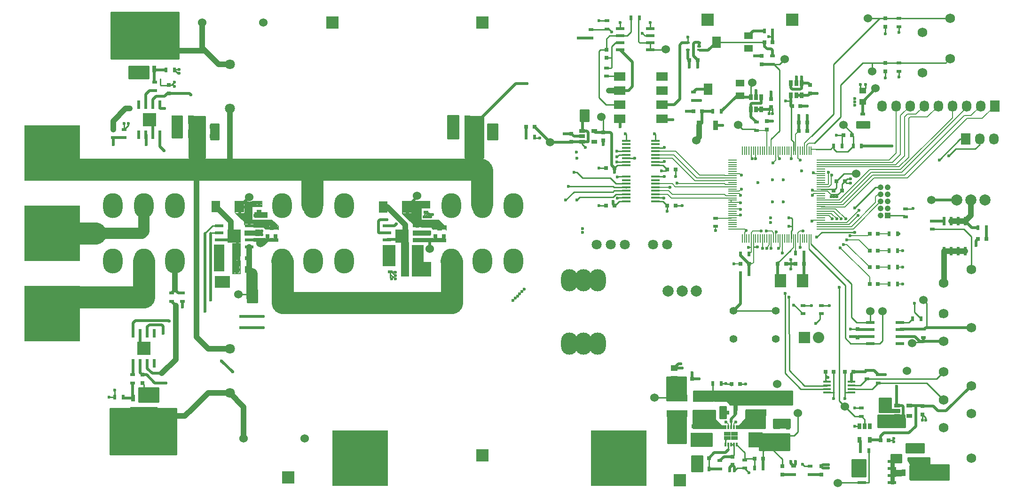
<source format=gtl>
G04 #@! TF.FileFunction,Copper,L1,Top,Signal*
%FSLAX46Y46*%
G04 Gerber Fmt 4.6, Leading zero omitted, Abs format (unit mm)*
G04 Created by KiCad (PCBNEW 4.0.2+dfsg1-stable) date Tue 26 Sep 2017 03:44:04 AM EDT*
%MOMM*%
G01*
G04 APERTURE LIST*
%ADD10C,0.100000*%
%ADD11C,0.600000*%
%ADD12C,1.800000*%
%ADD13C,1.750000*%
%ADD14R,0.800000X0.750000*%
%ADD15R,1.000000X1.600000*%
%ADD16R,0.230000X1.500000*%
%ADD17R,1.500000X0.230000*%
%ADD18O,3.500120X4.501640*%
%ADD19R,0.600000X1.550000*%
%ADD20R,1.175000X1.175000*%
%ADD21R,0.900000X0.500000*%
%ADD22R,0.500000X0.900000*%
%ADD23C,2.000000*%
%ADD24O,3.000000X4.000000*%
%ADD25R,0.750000X0.800000*%
%ADD26R,2.032000X2.032000*%
%ADD27O,2.032000X2.032000*%
%ADD28R,1.550000X0.600000*%
%ADD29R,2.000000X2.400000*%
%ADD30C,1.397000*%
%ADD31R,1.600000X0.410000*%
%ADD32R,3.700000X1.200000*%
%ADD33R,1.050000X1.050000*%
%ADD34C,1.050000*%
%ADD35R,0.660400X0.406400*%
%ADD36R,0.650000X1.060000*%
%ADD37R,1.060000X0.650000*%
%ADD38R,0.300000X0.650000*%
%ADD39R,1.240000X0.775000*%
%ADD40R,2.032000X1.524000*%
%ADD41R,2.540000X2.670000*%
%ADD42R,1.270000X0.762000*%
%ADD43R,2.670000X2.540000*%
%ADD44R,0.762000X1.270000*%
%ADD45R,0.797560X0.797560*%
%ADD46R,1.600000X2.000000*%
%ADD47R,1.600000X1.300000*%
%ADD48R,1.600000X2.108200*%
%ADD49R,1.727200X2.032000*%
%ADD50O,1.727200X2.032000*%
%ADD51C,1.524000*%
%ADD52R,10.000000X10.000000*%
%ADD53R,0.900000X1.700000*%
%ADD54R,1.250000X1.000000*%
%ADD55R,1.000000X1.250000*%
%ADD56R,1.450000X0.450000*%
%ADD57R,0.701040X1.000760*%
%ADD58R,0.700000X1.150000*%
%ADD59R,5.000000X5.000000*%
%ADD60R,2.235200X2.235200*%
%ADD61C,0.254000*%
%ADD62C,0.508000*%
%ADD63C,1.000000*%
%ADD64C,0.152400*%
%ADD65C,0.250000*%
%ADD66C,4.000000*%
%ADD67C,2.000000*%
%ADD68C,0.025500*%
%ADD69C,0.381000*%
G04 APERTURE END LIST*
D10*
D11*
X125500000Y-79100000D03*
X123500000Y-81100000D03*
X108300000Y-76200000D03*
X108300000Y-75600000D03*
X108300000Y-75000000D03*
X108300000Y-74400000D03*
X77100000Y-81200000D03*
X76500000Y-81200000D03*
X75900000Y-81200000D03*
X77100000Y-80600000D03*
X76500000Y-80600000D03*
X75900000Y-80600000D03*
X77100000Y-80000000D03*
X76500000Y-80000000D03*
X75900000Y-80000000D03*
X77100000Y-79400000D03*
X76500000Y-79400000D03*
D12*
X72500000Y-46500000D03*
X72500000Y-38500000D03*
D13*
X206000000Y-96500000D03*
X201000000Y-94000000D03*
X201000000Y-99000000D03*
X201000000Y-104000000D03*
X206000000Y-101500000D03*
D14*
X179750000Y-94000000D03*
X181250000Y-94000000D03*
D11*
X136500000Y-48500000D03*
X136000000Y-48500000D03*
X136500000Y-47000000D03*
X120400000Y-51900000D03*
X120400000Y-51400000D03*
X120400000Y-50900000D03*
X120400000Y-50400000D03*
X120400000Y-49900000D03*
X113400000Y-51500000D03*
X113400000Y-51000000D03*
X113400000Y-50500000D03*
X113400000Y-50000000D03*
X113400000Y-49500000D03*
X113400000Y-49000000D03*
X113400000Y-48500000D03*
X63600000Y-51500000D03*
X63600000Y-51000000D03*
X63600000Y-50500000D03*
X63600000Y-50000000D03*
X63600000Y-49500000D03*
X63600000Y-49000000D03*
X63600000Y-48500000D03*
X70200000Y-51900000D03*
X70200000Y-51400000D03*
X70200000Y-50900000D03*
X70200000Y-50400000D03*
X70200000Y-49900000D03*
D15*
X65500000Y-51000000D03*
X62500000Y-51000000D03*
D11*
X125100000Y-79500000D03*
X124700000Y-79900000D03*
X124300000Y-80300000D03*
X107700000Y-76200000D03*
X107700000Y-75600000D03*
X107700000Y-75000000D03*
X185050000Y-45900000D03*
X185050000Y-45300000D03*
X187400000Y-49700000D03*
X186800000Y-49700000D03*
X186200000Y-49700000D03*
D16*
X177200000Y-54050000D03*
X176800000Y-54050000D03*
X176400000Y-54050000D03*
X176000000Y-54050000D03*
X175600000Y-54050000D03*
X175200000Y-54050000D03*
X174800000Y-54050000D03*
X174400000Y-54050000D03*
X174000000Y-54050000D03*
X173600000Y-54050000D03*
X173200000Y-54050000D03*
X172800000Y-54050000D03*
X172400000Y-54050000D03*
X172000000Y-54050000D03*
X171600000Y-54050000D03*
X171200000Y-54050000D03*
X170800000Y-54050000D03*
X170400000Y-54050000D03*
X170000000Y-54050000D03*
X169600000Y-54050000D03*
X169200000Y-54050000D03*
X168800000Y-54050000D03*
X168400000Y-54050000D03*
X168000000Y-54050000D03*
X167600000Y-54050000D03*
X167200000Y-54050000D03*
X166800000Y-54050000D03*
X166400000Y-54050000D03*
X166000000Y-54050000D03*
X165600000Y-54050000D03*
X165200000Y-54050000D03*
X164800000Y-54050000D03*
D17*
X163050000Y-55800000D03*
X163050000Y-56200000D03*
X163050000Y-56600000D03*
X163050000Y-57000000D03*
X163050000Y-57400000D03*
X163050000Y-57800000D03*
X163050000Y-58200000D03*
X163050000Y-58600000D03*
X163050000Y-59000000D03*
X163050000Y-59400000D03*
X163050000Y-59800000D03*
X163050000Y-60200000D03*
X163050000Y-60600000D03*
X163050000Y-61000000D03*
X163050000Y-61400000D03*
X163050000Y-61800000D03*
X163050000Y-62200000D03*
X163050000Y-62600000D03*
X163050000Y-63000000D03*
X163050000Y-63400000D03*
X163050000Y-63800000D03*
X163050000Y-64200000D03*
X163050000Y-64600000D03*
X163050000Y-65000000D03*
X163050000Y-65400000D03*
X163050000Y-65800000D03*
X163050000Y-66200000D03*
X163050000Y-66600000D03*
X163050000Y-67000000D03*
X163050000Y-67400000D03*
X163050000Y-67800000D03*
X163050000Y-68200000D03*
D16*
X164800000Y-69950000D03*
X165200000Y-69950000D03*
X165600000Y-69950000D03*
X166000000Y-69950000D03*
X166400000Y-69950000D03*
X166800000Y-69950000D03*
X167200000Y-69950000D03*
X167600000Y-69950000D03*
X168000000Y-69950000D03*
X168400000Y-69950000D03*
X168800000Y-69950000D03*
X169200000Y-69950000D03*
X169600000Y-69950000D03*
X170000000Y-69950000D03*
X170400000Y-69950000D03*
X170800000Y-69950000D03*
X171200000Y-69950000D03*
X171600000Y-69950000D03*
X172000000Y-69950000D03*
X172400000Y-69950000D03*
X172800000Y-69950000D03*
X173200000Y-69950000D03*
X173600000Y-69950000D03*
X174000000Y-69950000D03*
X174400000Y-69950000D03*
X174800000Y-69950000D03*
X175200000Y-69950000D03*
X175600000Y-69950000D03*
X176000000Y-69950000D03*
X176400000Y-69950000D03*
X176800000Y-69950000D03*
X177200000Y-69950000D03*
D17*
X178950000Y-68200000D03*
X178950000Y-67800000D03*
X178950000Y-67400000D03*
X178950000Y-67000000D03*
X178950000Y-66600000D03*
X178950000Y-66200000D03*
X178950000Y-65800000D03*
X178950000Y-65400000D03*
X178950000Y-65000000D03*
X178950000Y-64600000D03*
X178950000Y-64200000D03*
X178950000Y-63800000D03*
X178950000Y-63400000D03*
X178950000Y-63000000D03*
X178950000Y-62600000D03*
X178950000Y-62200000D03*
X178950000Y-61800000D03*
X178950000Y-61400000D03*
X178950000Y-61000000D03*
X178950000Y-60600000D03*
X178950000Y-60200000D03*
X178950000Y-59800000D03*
X178950000Y-59400000D03*
X178950000Y-59000000D03*
X178950000Y-58600000D03*
X178950000Y-58200000D03*
X178950000Y-57800000D03*
X178950000Y-57400000D03*
X178950000Y-57000000D03*
X178950000Y-56600000D03*
X178950000Y-56200000D03*
X178950000Y-55800000D03*
D11*
X169750000Y-106000000D03*
X169250000Y-106000000D03*
X173450000Y-99400000D03*
X172850000Y-99400000D03*
X172250000Y-99400000D03*
X171650000Y-99400000D03*
X171050000Y-99400000D03*
X170450000Y-99400000D03*
X169850000Y-99400000D03*
X173450000Y-98800000D03*
X172850000Y-98800000D03*
X172250000Y-98800000D03*
X171650000Y-98800000D03*
X171050000Y-98800000D03*
X170450000Y-98800000D03*
X169850000Y-98800000D03*
X173450000Y-98200000D03*
X172850000Y-98200000D03*
X172250000Y-98200000D03*
X171650000Y-98200000D03*
X171050000Y-98200000D03*
X170450000Y-98200000D03*
X169850000Y-98200000D03*
X160950000Y-102200000D03*
X160950000Y-101600000D03*
X160950000Y-101000000D03*
X154400000Y-97400000D03*
X153800000Y-97400000D03*
X153200000Y-97400000D03*
X152600000Y-97400000D03*
X152000000Y-97400000D03*
X151400000Y-97400000D03*
X154400000Y-96800000D03*
X153800000Y-96800000D03*
X153200000Y-96800000D03*
X152600000Y-96800000D03*
X152000000Y-96800000D03*
X57600000Y-40800000D03*
X57000000Y-40800000D03*
X56400000Y-40800000D03*
X55800000Y-40800000D03*
X55200000Y-40800000D03*
X59400000Y-97200000D03*
X58800000Y-97200000D03*
X58200000Y-97200000D03*
X57600000Y-97200000D03*
X57000000Y-97200000D03*
X191400000Y-99700000D03*
X190800000Y-99700000D03*
X190200000Y-99700000D03*
X189600000Y-99700000D03*
X191400000Y-99100000D03*
X190800000Y-99100000D03*
X190200000Y-99100000D03*
X184800000Y-112600000D03*
X184800000Y-112100000D03*
X184800000Y-111600000D03*
X184800000Y-111100000D03*
X184800000Y-110600000D03*
X197100000Y-107100000D03*
X196600000Y-107100000D03*
X196100000Y-107100000D03*
X195600000Y-107100000D03*
X195100000Y-107100000D03*
X173100000Y-102800000D03*
X172600000Y-102800000D03*
X172100000Y-102800000D03*
X171600000Y-102800000D03*
X171100000Y-102800000D03*
X156000000Y-111500000D03*
X156000000Y-111000000D03*
X156000000Y-110500000D03*
X156000000Y-110000000D03*
X169750000Y-106500000D03*
X169250000Y-106500000D03*
X169750000Y-107000000D03*
X169750000Y-107500000D03*
X169750000Y-107500000D03*
X169250000Y-107500000D03*
X169750000Y-107000000D03*
X169250000Y-107000000D03*
X159050000Y-105200000D03*
X159050000Y-107200000D03*
X159050000Y-106650000D03*
X159050000Y-106100000D03*
D18*
X57000000Y-74000000D03*
X51412000Y-74000000D03*
X62588000Y-74000000D03*
D19*
X58905000Y-87050000D03*
X57635000Y-87050000D03*
X56365000Y-87050000D03*
X55095000Y-87050000D03*
X55095000Y-92450000D03*
X56365000Y-92450000D03*
X57635000Y-92450000D03*
X58905000Y-92450000D03*
D20*
X56412500Y-90337500D03*
X57587500Y-90337500D03*
X56412500Y-89162500D03*
X57587500Y-89162500D03*
D21*
X137500000Y-33750000D03*
X137500000Y-32250000D03*
D22*
X166000000Y-76250000D03*
X164500000Y-76250000D03*
D23*
X156464000Y-79375000D03*
X153964000Y-79375000D03*
D24*
X133604000Y-77470000D03*
X136144000Y-77470000D03*
X138684000Y-77470000D03*
X138684000Y-88900000D03*
X136144000Y-88900000D03*
X133604000Y-88900000D03*
D23*
X151384000Y-79375000D03*
D18*
X87500000Y-64000000D03*
X93088000Y-64000000D03*
X81912000Y-64000000D03*
D25*
X140300000Y-37350000D03*
X140300000Y-35850000D03*
D14*
X157500000Y-47000000D03*
X156000000Y-47000000D03*
X170250000Y-34500000D03*
X168750000Y-34500000D03*
D25*
X168250000Y-38500000D03*
X168250000Y-37000000D03*
X169200000Y-50250000D03*
X169200000Y-48750000D03*
D14*
X184500000Y-51250000D03*
X183000000Y-51250000D03*
D25*
X190250000Y-102500000D03*
X190250000Y-101000000D03*
D14*
X163550000Y-101350000D03*
X162050000Y-101350000D03*
X162850000Y-96200000D03*
X164350000Y-96200000D03*
D25*
X197200000Y-100150000D03*
X197200000Y-101650000D03*
D14*
X154500000Y-103750000D03*
X156000000Y-103750000D03*
D25*
X163000000Y-110750000D03*
X163000000Y-109250000D03*
D14*
X157250000Y-109500000D03*
X158750000Y-109500000D03*
X155750000Y-95250000D03*
X154250000Y-95250000D03*
D25*
X177000000Y-42250000D03*
X177000000Y-43750000D03*
X173000000Y-105500000D03*
X173000000Y-104000000D03*
D14*
X173750000Y-46000000D03*
X175250000Y-46000000D03*
D25*
X134000000Y-52500000D03*
X134000000Y-51000000D03*
X139750000Y-50750000D03*
X139750000Y-52250000D03*
X185500000Y-87750000D03*
X185500000Y-86250000D03*
D14*
X184750000Y-94000000D03*
X183250000Y-94000000D03*
X181750000Y-59600000D03*
X183250000Y-59600000D03*
X175900000Y-74500000D03*
X174400000Y-74500000D03*
X171150000Y-74500000D03*
X172650000Y-74500000D03*
X175000000Y-50500000D03*
X176500000Y-50500000D03*
X175000000Y-49000000D03*
X176500000Y-49000000D03*
X141750000Y-57250000D03*
X140250000Y-57250000D03*
D25*
X61500000Y-43750000D03*
X61500000Y-42250000D03*
X56750000Y-94500000D03*
X56750000Y-96000000D03*
D15*
X65500000Y-48500000D03*
X62500000Y-48500000D03*
D25*
X109500000Y-69500000D03*
X109500000Y-68000000D03*
D26*
X176000000Y-87750000D03*
D27*
X178540000Y-87750000D03*
D19*
X204905000Y-66800000D03*
X203635000Y-66800000D03*
X202365000Y-66800000D03*
X201095000Y-66800000D03*
X201095000Y-72200000D03*
X202365000Y-72200000D03*
X203635000Y-72200000D03*
X204905000Y-72200000D03*
D28*
X186300000Y-110095000D03*
X186300000Y-111365000D03*
X186300000Y-112635000D03*
X186300000Y-113905000D03*
X191700000Y-113905000D03*
X191700000Y-112635000D03*
X191700000Y-111365000D03*
X191700000Y-110095000D03*
D22*
X144750000Y-30100000D03*
X146250000Y-30100000D03*
D21*
X140300000Y-40650000D03*
X140300000Y-39150000D03*
X156000000Y-43500000D03*
X156000000Y-45000000D03*
D22*
X161000000Y-47000000D03*
X159500000Y-47000000D03*
X168750000Y-32500000D03*
X170250000Y-32500000D03*
D21*
X170250000Y-38500000D03*
X170250000Y-37000000D03*
X167300000Y-50450000D03*
X167300000Y-48950000D03*
D22*
X186250000Y-53250000D03*
X184750000Y-53250000D03*
X181250000Y-53250000D03*
X182750000Y-53250000D03*
D21*
X199000000Y-66750000D03*
X199000000Y-68250000D03*
X59000000Y-43250000D03*
X59000000Y-41750000D03*
D22*
X160950000Y-96100000D03*
X159450000Y-96100000D03*
X208750000Y-68000000D03*
X207250000Y-68000000D03*
X168500000Y-111300000D03*
X167000000Y-111300000D03*
D21*
X165200000Y-111350000D03*
X165200000Y-109850000D03*
X160750000Y-110000000D03*
X160750000Y-111500000D03*
D22*
X158750000Y-111500000D03*
X157250000Y-111500000D03*
D21*
X174000000Y-112500000D03*
X174000000Y-111000000D03*
X177000000Y-112500000D03*
X177000000Y-111000000D03*
D22*
X125850000Y-51600000D03*
X127350000Y-51600000D03*
X187550000Y-108200000D03*
X186050000Y-108200000D03*
D21*
X186250000Y-100500000D03*
X186250000Y-102000000D03*
X194200000Y-64550000D03*
X194200000Y-66050000D03*
D22*
X192700000Y-78100000D03*
X191200000Y-78100000D03*
X192700000Y-75100000D03*
X191200000Y-75100000D03*
X192700000Y-72100000D03*
X191200000Y-72100000D03*
X192750000Y-69100000D03*
X191250000Y-69100000D03*
X195450000Y-84400000D03*
X196950000Y-84400000D03*
D21*
X197400000Y-86250000D03*
X197400000Y-87750000D03*
D22*
X166000000Y-72750000D03*
X164500000Y-72750000D03*
X175900000Y-72500000D03*
X174400000Y-72500000D03*
D21*
X160000000Y-67750000D03*
X160000000Y-66250000D03*
D22*
X62500000Y-39500000D03*
X61000000Y-39500000D03*
D21*
X70800000Y-76950000D03*
X70800000Y-75450000D03*
D29*
X171650000Y-77500000D03*
X175650000Y-77500000D03*
D13*
X201000000Y-78000000D03*
X206000000Y-75500000D03*
X201000000Y-83500000D03*
X201000000Y-88500000D03*
X206000000Y-86000000D03*
D14*
X151250000Y-64000000D03*
X152750000Y-64000000D03*
D21*
X55000000Y-94500000D03*
X55000000Y-96000000D03*
X53500000Y-50250000D03*
X53500000Y-51750000D03*
D22*
X53250000Y-98500000D03*
X51750000Y-98500000D03*
D21*
X62000000Y-81250000D03*
X62000000Y-79750000D03*
X51500000Y-50250000D03*
X51500000Y-51750000D03*
X101400000Y-75950000D03*
X101400000Y-74450000D03*
X107800000Y-65150000D03*
X107800000Y-63650000D03*
X77750000Y-65000000D03*
X77750000Y-63500000D03*
D30*
X163190000Y-88040000D03*
X163190000Y-82960000D03*
X170810000Y-88040000D03*
X170810000Y-82960000D03*
D31*
X149154300Y-63222500D03*
X149154300Y-62587500D03*
X149154300Y-61952500D03*
X149154300Y-61317500D03*
X149154300Y-60682500D03*
X149154300Y-60047500D03*
X149154300Y-59412500D03*
X149154300Y-58777500D03*
X143845700Y-58777500D03*
X143845700Y-59412500D03*
X143845700Y-60047500D03*
X143845700Y-60682500D03*
X143845700Y-61317500D03*
X143845700Y-61952500D03*
X143845700Y-62587500D03*
X143845700Y-63222500D03*
D25*
X79250000Y-69500000D03*
X79250000Y-68000000D03*
D32*
X167250000Y-98500000D03*
X167250000Y-101300000D03*
X157750000Y-98750000D03*
X157750000Y-101550000D03*
X153000000Y-101500000D03*
X153000000Y-98700000D03*
D14*
X168500000Y-109650000D03*
X167000000Y-109650000D03*
X181250000Y-61250000D03*
X182750000Y-61250000D03*
X151250000Y-57500000D03*
X152750000Y-57500000D03*
D15*
X115250000Y-51000000D03*
X112250000Y-51000000D03*
X115250000Y-48500000D03*
X112250000Y-48500000D03*
D14*
X141750000Y-64000000D03*
X140250000Y-64000000D03*
X75550000Y-73500000D03*
X74050000Y-73500000D03*
D13*
X201000000Y-112000000D03*
X206000000Y-109500000D03*
D33*
X191000000Y-65750000D03*
D34*
X191000000Y-64480000D03*
X191000000Y-63210000D03*
X191000000Y-61940000D03*
X191000000Y-60670000D03*
X189730000Y-64480000D03*
X189730000Y-63210000D03*
X189730000Y-61940000D03*
X189730000Y-60670000D03*
X189730000Y-65750000D03*
D35*
X157016000Y-35910400D03*
X157016000Y-34589600D03*
X157016000Y-35250000D03*
X154984000Y-34589600D03*
X154984000Y-35910400D03*
D36*
X168200000Y-44400000D03*
X167250000Y-44400000D03*
X166300000Y-44400000D03*
X166300000Y-46600000D03*
X168200000Y-46600000D03*
X167250000Y-46600000D03*
D37*
X192650000Y-100050000D03*
X192650000Y-101000000D03*
X192650000Y-101950000D03*
X194850000Y-101950000D03*
X194850000Y-100050000D03*
D38*
X161750000Y-107050000D03*
X162250000Y-107050000D03*
X162750000Y-107050000D03*
X163250000Y-107050000D03*
X163750000Y-107050000D03*
X163750000Y-103950000D03*
X163250000Y-103950000D03*
X162750000Y-103950000D03*
X162250000Y-103950000D03*
X161750000Y-103950000D03*
D39*
X163370000Y-105112500D03*
X162130000Y-105112500D03*
X163370000Y-105887500D03*
X162130000Y-105887500D03*
D36*
X173550000Y-44100000D03*
X174500000Y-44100000D03*
X175450000Y-44100000D03*
X175450000Y-41900000D03*
X173550000Y-41900000D03*
X174500000Y-41900000D03*
D12*
X151250000Y-71000000D03*
X148710000Y-71000000D03*
X141090000Y-71000000D03*
X143630000Y-71000000D03*
X138550000Y-71000000D03*
D37*
X135900000Y-50550000D03*
X135900000Y-51500000D03*
X135900000Y-52450000D03*
X138100000Y-52450000D03*
X138100000Y-50550000D03*
D28*
X187800000Y-85095000D03*
X187800000Y-86365000D03*
X187800000Y-87635000D03*
X187800000Y-88905000D03*
X193200000Y-88905000D03*
X193200000Y-87635000D03*
X193200000Y-86365000D03*
X193200000Y-85095000D03*
D40*
X142690000Y-40690000D03*
X142690000Y-43230000D03*
X142690000Y-45770000D03*
X142690000Y-48310000D03*
X150310000Y-48310000D03*
X150310000Y-45770000D03*
X150310000Y-43230000D03*
X150310000Y-40690000D03*
D41*
X167200000Y-106200000D03*
D42*
X167200000Y-103850000D03*
D43*
X156800000Y-106200000D03*
D44*
X154450000Y-106200000D03*
D45*
X207250700Y-70000000D03*
X208749300Y-70000000D03*
X172000000Y-111000700D03*
X172000000Y-112499300D03*
X179000000Y-111000700D03*
X179000000Y-112499300D03*
X127349300Y-49800000D03*
X125850700Y-49800000D03*
D43*
X196200000Y-112200000D03*
D44*
X193850000Y-112200000D03*
D45*
X187700700Y-78100000D03*
X189199300Y-78100000D03*
X187700700Y-75100000D03*
X189199300Y-75100000D03*
X187700700Y-72100000D03*
X189199300Y-72100000D03*
X187700700Y-69100000D03*
X189199300Y-69100000D03*
D21*
X186500000Y-49000000D03*
X186500000Y-47500000D03*
D46*
X158600000Y-43000000D03*
D47*
X164400000Y-44150000D03*
X164400000Y-41850000D03*
D46*
X160100000Y-34500000D03*
D47*
X165900000Y-35650000D03*
X165900000Y-33350000D03*
D48*
X104415000Y-64250000D03*
X100123000Y-64250000D03*
X74265000Y-64200000D03*
X69973000Y-64200000D03*
D49*
X205000000Y-52000000D03*
D50*
X207540000Y-52000000D03*
X210080000Y-52000000D03*
D21*
X175750000Y-82000000D03*
X175750000Y-83500000D03*
X179000000Y-83500000D03*
X179000000Y-82000000D03*
X193000000Y-31750000D03*
X193000000Y-30250000D03*
X187250000Y-93750000D03*
X187250000Y-95250000D03*
X189250000Y-94500000D03*
X189250000Y-96000000D03*
D51*
X67500000Y-31000000D03*
X78500000Y-31000000D03*
D21*
X193000000Y-39750000D03*
X193000000Y-38250000D03*
D51*
X75000000Y-106000000D03*
X86000000Y-106000000D03*
D14*
X155250000Y-37750000D03*
X156750000Y-37750000D03*
D25*
X170000000Y-46250000D03*
X170000000Y-44750000D03*
X190500000Y-38250000D03*
X190500000Y-39750000D03*
X190500000Y-30250000D03*
X190500000Y-31750000D03*
D52*
X40500000Y-54500000D03*
X40500000Y-83500000D03*
X40500000Y-69000000D03*
X96000000Y-109500000D03*
X142500000Y-109500000D03*
D18*
X118000000Y-64000000D03*
X123588000Y-64000000D03*
X112412000Y-64000000D03*
X118000000Y-74000000D03*
X112412000Y-74000000D03*
X123588000Y-74000000D03*
X87500000Y-74000000D03*
X81912000Y-74000000D03*
X93088000Y-74000000D03*
X57000000Y-64000000D03*
X62588000Y-64000000D03*
X51412000Y-64000000D03*
D19*
X56095000Y-51200000D03*
X57365000Y-51200000D03*
X58635000Y-51200000D03*
X59905000Y-51200000D03*
X59905000Y-45800000D03*
X58635000Y-45800000D03*
X57365000Y-45800000D03*
X56095000Y-45800000D03*
D20*
X58587500Y-47912500D03*
X57412500Y-47912500D03*
X58587500Y-49087500D03*
X57412500Y-49087500D03*
D14*
X67750000Y-51500000D03*
X69250000Y-51500000D03*
X67750000Y-49750000D03*
X69250000Y-49750000D03*
X117750000Y-51500000D03*
X119250000Y-51500000D03*
X117750000Y-49750000D03*
X119250000Y-49750000D03*
D53*
X157050000Y-49500000D03*
X159950000Y-49500000D03*
D13*
X197250000Y-40000000D03*
X202250000Y-37500000D03*
X197250000Y-32750000D03*
X202250000Y-30250000D03*
D25*
X196800000Y-109750000D03*
X196800000Y-108250000D03*
X194900000Y-109750000D03*
X194900000Y-108250000D03*
D54*
X152500000Y-93250000D03*
X152500000Y-95250000D03*
X171000000Y-105750000D03*
X171000000Y-103750000D03*
D55*
X106000000Y-75500000D03*
X104000000Y-75500000D03*
D14*
X166000000Y-74500000D03*
X164500000Y-74500000D03*
D31*
X149154300Y-56722500D03*
X149154300Y-56087500D03*
X149154300Y-55452500D03*
X149154300Y-54817500D03*
X149154300Y-54182500D03*
X149154300Y-53547500D03*
X149154300Y-52912500D03*
X149154300Y-52277500D03*
X143845700Y-52277500D03*
X143845700Y-52912500D03*
X143845700Y-53547500D03*
X143845700Y-54182500D03*
X143845700Y-54817500D03*
X143845700Y-55452500D03*
X143845700Y-56087500D03*
X143845700Y-56722500D03*
D21*
X64000000Y-79750000D03*
X64000000Y-81250000D03*
D55*
X75700000Y-75500000D03*
X73700000Y-75500000D03*
D14*
X105750000Y-73500000D03*
X104250000Y-73500000D03*
D25*
X111000000Y-69500000D03*
X111000000Y-68000000D03*
X80750000Y-69500000D03*
X80750000Y-68000000D03*
D54*
X186500000Y-45250000D03*
X186500000Y-43250000D03*
D28*
X75950000Y-71405000D03*
X75950000Y-70135000D03*
X75950000Y-68865000D03*
X75950000Y-67595000D03*
X70550000Y-67595000D03*
X70550000Y-68865000D03*
X70550000Y-70135000D03*
X70550000Y-71405000D03*
D20*
X72662500Y-68912500D03*
X72662500Y-70087500D03*
X73837500Y-68912500D03*
X73837500Y-70087500D03*
D11*
X73850000Y-70100000D03*
X73850000Y-68900000D03*
X72650000Y-70100000D03*
X72650000Y-68900000D03*
D28*
X106200000Y-71405000D03*
X106200000Y-70135000D03*
X106200000Y-68865000D03*
X106200000Y-67595000D03*
X100800000Y-67595000D03*
X100800000Y-68865000D03*
X100800000Y-70135000D03*
X100800000Y-71405000D03*
D20*
X102912500Y-68912500D03*
X102912500Y-70087500D03*
X104087500Y-68912500D03*
X104087500Y-70087500D03*
D11*
X104100000Y-70100000D03*
X104100000Y-68900000D03*
X102900000Y-70100000D03*
X102900000Y-68900000D03*
D21*
X140400000Y-32150000D03*
X140400000Y-30650000D03*
D49*
X210250000Y-46000000D03*
D50*
X207710000Y-46000000D03*
X205170000Y-46000000D03*
X202630000Y-46000000D03*
X200090000Y-46000000D03*
X197550000Y-46000000D03*
X195010000Y-46000000D03*
X192470000Y-46000000D03*
X189930000Y-46000000D03*
D28*
X148200000Y-35905000D03*
X148200000Y-34635000D03*
X148200000Y-33365000D03*
X148200000Y-32095000D03*
X142800000Y-32095000D03*
X142800000Y-33365000D03*
X142800000Y-34635000D03*
X142800000Y-35905000D03*
D56*
X180050000Y-95775000D03*
X180050000Y-96425000D03*
X180050000Y-97075000D03*
X180050000Y-97725000D03*
X184450000Y-97725000D03*
X184450000Y-97075000D03*
X184450000Y-96425000D03*
X184450000Y-95775000D03*
D11*
X159050000Y-105650000D03*
X151400000Y-96800000D03*
X156000000Y-109500000D03*
X170600000Y-102800000D03*
X194600000Y-107100000D03*
X184800000Y-110100000D03*
D14*
X189650000Y-106300000D03*
X191150000Y-106300000D03*
D57*
X187749960Y-103801120D03*
X186800000Y-103801120D03*
X185850040Y-103801120D03*
X187749960Y-106198880D03*
X185850040Y-106198880D03*
D11*
X189600000Y-99100000D03*
D51*
X151000000Y-35800000D03*
X183000000Y-49400000D03*
X156500000Y-52200000D03*
X166600000Y-41800000D03*
X164000000Y-49400000D03*
X172400000Y-37600000D03*
X188200000Y-39800000D03*
X187400000Y-30200000D03*
X171100000Y-96200000D03*
X194400000Y-93800000D03*
X198800000Y-63000000D03*
X188800000Y-42800000D03*
X149000000Y-98600000D03*
X174800000Y-101400000D03*
X183250000Y-100250000D03*
X130200000Y-52600000D03*
X182000000Y-114000000D03*
X139400000Y-48000000D03*
X187800000Y-83000000D03*
X190000000Y-83000000D03*
X197400000Y-81000000D03*
X195400000Y-88800000D03*
X185250000Y-58250000D03*
X74000000Y-80000000D03*
X106250000Y-62250000D03*
X108500000Y-71750000D03*
X78000000Y-70750000D03*
X76000000Y-62500000D03*
D11*
X56400000Y-97200000D03*
X54600000Y-40800000D03*
X160950000Y-100400000D03*
X185600000Y-49700000D03*
X185050000Y-44700000D03*
X107700000Y-74400000D03*
X123900000Y-80700000D03*
X70200000Y-49400000D03*
X63600000Y-48000000D03*
X113400000Y-48000000D03*
X120400000Y-49400000D03*
D58*
X56365000Y-39325000D03*
X55095000Y-39325000D03*
X57635000Y-39325000D03*
X58905000Y-39325000D03*
D59*
X57000000Y-35230000D03*
D58*
X57635000Y-98675000D03*
X58905000Y-98675000D03*
X56365000Y-98675000D03*
X55095000Y-98675000D03*
D59*
X57000000Y-102770000D03*
D11*
X136000000Y-47000000D03*
D12*
X72500000Y-97790000D03*
X72500000Y-89790000D03*
D23*
X203400000Y-63000000D03*
X205940000Y-63000000D03*
X208480000Y-63000000D03*
D60*
X153500000Y-113500000D03*
X158500000Y-30500000D03*
X173750000Y-30500000D03*
X83000000Y-113000000D03*
X118000000Y-109000000D03*
X91000000Y-31000000D03*
X118000000Y-31000000D03*
D11*
X75900000Y-79400000D03*
X162130000Y-105112500D03*
X163370000Y-105112500D03*
X163370000Y-105887500D03*
X162130000Y-105887500D03*
X185000000Y-100500000D03*
X185000000Y-103800000D03*
X192100000Y-106600000D03*
X192100000Y-106000000D03*
X197800000Y-102700000D03*
X183250000Y-98750000D03*
X181250000Y-98750000D03*
X164500000Y-62100000D03*
X186950000Y-42150000D03*
X186050000Y-42150000D03*
X195800000Y-81600000D03*
X167600000Y-59800000D03*
X175500000Y-57700000D03*
X170200000Y-59300000D03*
X172200000Y-59300000D03*
X169900000Y-67000000D03*
X169900000Y-66200000D03*
X173600000Y-55500000D03*
X164500000Y-64700000D03*
X164500000Y-65700000D03*
X177400000Y-61200000D03*
X170300000Y-56300000D03*
X170900000Y-68700000D03*
X165500000Y-68500000D03*
X181800000Y-62400000D03*
X181300000Y-62400000D03*
X180800000Y-62400000D03*
X184300000Y-59900000D03*
X184300000Y-59200000D03*
X165400000Y-96200000D03*
X192950000Y-69100000D03*
X163400000Y-111800000D03*
X166000000Y-112200000D03*
X197200000Y-102700000D03*
X153700000Y-92500000D03*
X155700000Y-94100000D03*
X162500000Y-111800000D03*
X174400000Y-110100000D03*
X173500000Y-110100000D03*
X180300000Y-111300000D03*
X180300000Y-110700000D03*
X154000000Y-93250000D03*
X157000000Y-95250000D03*
X180500000Y-82000000D03*
X177250000Y-82000000D03*
X190500000Y-33000000D03*
X190500000Y-41000000D03*
X156750000Y-39000000D03*
X167000000Y-37000000D03*
X176500000Y-47750000D03*
X174500000Y-40750000D03*
X178250000Y-43750000D03*
X176500000Y-46000000D03*
X170250000Y-48750000D03*
X161250000Y-49500000D03*
X154750000Y-47000000D03*
X167250000Y-43250000D03*
X152250000Y-48500000D03*
X193700000Y-72100000D03*
X193700000Y-75100000D03*
X193700000Y-78100000D03*
X150750000Y-56000000D03*
X150750000Y-58750000D03*
X152750000Y-58750000D03*
X150750000Y-53500000D03*
X149000000Y-51000000D03*
X150700000Y-62600000D03*
X154000000Y-64000000D03*
X181750000Y-51250000D03*
X184250000Y-86250000D03*
X163250000Y-74500000D03*
X160000000Y-68500000D03*
X173500000Y-75400000D03*
X173500000Y-73700000D03*
X170000000Y-43500000D03*
X169500000Y-33500000D03*
X155000000Y-33600000D03*
X192600000Y-96600000D03*
X191750000Y-53250000D03*
X175600000Y-110600000D03*
X190500000Y-94500000D03*
X62500000Y-41750000D03*
X62500000Y-42500000D03*
X136000000Y-68800000D03*
X136000000Y-68100000D03*
X128300000Y-51800000D03*
X63400000Y-40100000D03*
X63400000Y-39400000D03*
X54250000Y-49200000D03*
X53500000Y-49150000D03*
X58587500Y-49087500D03*
X57412500Y-49087500D03*
X58587500Y-47912500D03*
X57412500Y-47912500D03*
X56412500Y-90337500D03*
X57587500Y-90337500D03*
X57587500Y-89162500D03*
X56412500Y-89162500D03*
X50750000Y-98500000D03*
X51750000Y-97250000D03*
X64000000Y-82250000D03*
X139000000Y-30600000D03*
X148200000Y-31000000D03*
X142800000Y-31000000D03*
X132750000Y-51000000D03*
X139750000Y-53000000D03*
X142750000Y-49750000D03*
X143750000Y-51000000D03*
X139000000Y-64000000D03*
X139000000Y-57250000D03*
X142200000Y-56100000D03*
X142300000Y-62600000D03*
X142300000Y-58800000D03*
X206900000Y-71200000D03*
X195500000Y-64500000D03*
X180200000Y-95000000D03*
X150200000Y-57750000D03*
X151250000Y-65000000D03*
X170200000Y-63300000D03*
X172200000Y-63300000D03*
X171500000Y-55500000D03*
X164600000Y-58500000D03*
X164600000Y-61000000D03*
X164500000Y-63500000D03*
X175200000Y-55800000D03*
X177400000Y-62100000D03*
X177600000Y-58100000D03*
X167200000Y-55500000D03*
X166600000Y-55500000D03*
X177300000Y-66800000D03*
X175700000Y-68600000D03*
X169100000Y-68600000D03*
X168200000Y-68600000D03*
X165900000Y-71500000D03*
X184300000Y-87600000D03*
X126000000Y-42000000D03*
X135250000Y-33750000D03*
X141500000Y-63250000D03*
X141750000Y-58000000D03*
X65500000Y-44000000D03*
X61000000Y-96000000D03*
X140750000Y-43250000D03*
X136500000Y-53500000D03*
X174000000Y-81900000D03*
X170000000Y-71700000D03*
X169200000Y-71700000D03*
X178000000Y-85250000D03*
X77000000Y-65800000D03*
X77400000Y-65800000D03*
X78600000Y-65800000D03*
X78200000Y-65800000D03*
X77800000Y-65800000D03*
X185000000Y-68800000D03*
X178200000Y-69700000D03*
X167500000Y-71400000D03*
X185000000Y-64400000D03*
X60700000Y-54100000D03*
X134900000Y-54300000D03*
X142200000Y-54200000D03*
X60500000Y-87000000D03*
X73000000Y-94000000D03*
X71000000Y-92000000D03*
X145400000Y-55400000D03*
X69000000Y-81000000D03*
X133000000Y-63000000D03*
X74500000Y-84000000D03*
X78500000Y-84000000D03*
X68000000Y-83000000D03*
X135000000Y-63000000D03*
X74500000Y-86000000D03*
X78500000Y-86000000D03*
X134500000Y-58000000D03*
X100750000Y-66500000D03*
X102500000Y-67250000D03*
X133500000Y-60500000D03*
X142200000Y-55200000D03*
X135000000Y-55400000D03*
X57400000Y-53000000D03*
X61600000Y-84850000D03*
X108700000Y-66000000D03*
X109000000Y-65600000D03*
X108300000Y-66000000D03*
X107900000Y-66000000D03*
X107500000Y-66000000D03*
X200250000Y-55750000D03*
X180900000Y-58500000D03*
X180300000Y-58000000D03*
X202000000Y-55000000D03*
X183400000Y-66400000D03*
X184200000Y-69400000D03*
X182600000Y-66400000D03*
X183600000Y-70200000D03*
X181800000Y-66400000D03*
X183000000Y-71000000D03*
X181000000Y-66400000D03*
X182400000Y-71600000D03*
X153000000Y-59900000D03*
X151800000Y-60700000D03*
X182250000Y-78750000D03*
X175250000Y-71500000D03*
X171300000Y-71700000D03*
X173200000Y-80500000D03*
X172500000Y-79800000D03*
X172000000Y-72500000D03*
X185600000Y-65800000D03*
X185800000Y-64800000D03*
X60750000Y-46500000D03*
X54500000Y-46500000D03*
X157250000Y-45000000D03*
X172600000Y-45100000D03*
X170200000Y-47400000D03*
X169600000Y-47400000D03*
X193000000Y-32750000D03*
X193000000Y-40750000D03*
X155250000Y-39000000D03*
X175000000Y-47750000D03*
X175500000Y-40750000D03*
X108500000Y-69100000D03*
X108500000Y-68700000D03*
X108000000Y-69100000D03*
X107500000Y-69100000D03*
X108000000Y-68700000D03*
X107500000Y-68700000D03*
X78300000Y-69200000D03*
X77800000Y-69200000D03*
X78300000Y-68600000D03*
X77800000Y-68600000D03*
X77300000Y-69200000D03*
X77300000Y-68600000D03*
X101600000Y-77200000D03*
X102300000Y-77200000D03*
X102300000Y-76600000D03*
X102300000Y-76000000D03*
X71000000Y-77900000D03*
X70300000Y-77900000D03*
X71700000Y-77900000D03*
X72000000Y-77200000D03*
X161800000Y-96100000D03*
X163600000Y-103000000D03*
X161800000Y-103000000D03*
X173200000Y-66200000D03*
X173200000Y-67700000D03*
X146800000Y-32900000D03*
X141300000Y-32700000D03*
X193000000Y-109500000D03*
X192000000Y-109000000D03*
X192500000Y-109000000D03*
X193000000Y-109000000D03*
X193000000Y-110000000D03*
X51500000Y-53000000D03*
X168400000Y-71700000D03*
D61*
X140300000Y-37350000D02*
X141300000Y-37350000D01*
X141300000Y-37350000D02*
X141300000Y-37300000D01*
X142800000Y-34635000D02*
X141965000Y-34635000D01*
X141150000Y-39150000D02*
X140300000Y-39150000D01*
X141300000Y-39000000D02*
X141150000Y-39150000D01*
X141300000Y-35300000D02*
X141300000Y-37300000D01*
X141300000Y-37300000D02*
X141300000Y-39000000D01*
X141965000Y-34635000D02*
X141300000Y-35300000D01*
X142690000Y-45770000D02*
X140270000Y-45770000D01*
X139250000Y-35850000D02*
X140300000Y-35850000D01*
X139000000Y-36100000D02*
X139250000Y-35850000D01*
X139000000Y-44500000D02*
X139000000Y-36100000D01*
X140270000Y-45770000D02*
X139000000Y-44500000D01*
X142800000Y-33365000D02*
X144035000Y-33365000D01*
X144750000Y-32650000D02*
X144750000Y-30100000D01*
X144035000Y-33365000D02*
X144750000Y-32650000D01*
X142800000Y-33365000D02*
X140835000Y-33365000D01*
X140835000Y-33365000D02*
X140300000Y-33900000D01*
X140300000Y-33900000D02*
X140300000Y-35850000D01*
D62*
X142710000Y-45750000D02*
X142690000Y-45770000D01*
D61*
X161750000Y-106267500D02*
X162130000Y-105887500D01*
D62*
X207250000Y-68000000D02*
X206105000Y-68000000D01*
X206105000Y-68000000D02*
X204905000Y-66800000D01*
D63*
X204905000Y-66800000D02*
X205960000Y-65745000D01*
X205960000Y-65745000D02*
X205960000Y-63000000D01*
D61*
X186250000Y-100500000D02*
X185000000Y-100500000D01*
X185850040Y-103801120D02*
X185001120Y-103801120D01*
X185001120Y-103801120D02*
X185000000Y-103800000D01*
X191150000Y-106300000D02*
X191800000Y-106300000D01*
X191800000Y-106300000D02*
X192100000Y-106600000D01*
X191800000Y-106300000D02*
X192100000Y-106000000D01*
X197200000Y-101650000D02*
X197800000Y-102250000D01*
X197800000Y-102250000D02*
X197800000Y-102700000D01*
X183250000Y-97500000D02*
X183250000Y-98750000D01*
X181250000Y-97725000D02*
X181250000Y-98750000D01*
X184450000Y-97725000D02*
X183275000Y-97725000D01*
X183250000Y-97700000D02*
X183250000Y-97500000D01*
X183250000Y-97500000D02*
X183250000Y-94000000D01*
X183275000Y-97725000D02*
X183250000Y-97700000D01*
X180050000Y-97725000D02*
X181250000Y-97725000D01*
X181250000Y-97725000D02*
X181275000Y-97725000D01*
X181250000Y-97700000D02*
X181250000Y-94000000D01*
X181275000Y-97725000D02*
X181250000Y-97700000D01*
X162050000Y-101350000D02*
X161300000Y-101350000D01*
X161300000Y-101350000D02*
X160950000Y-101000000D01*
D64*
X163050000Y-61800000D02*
X164200000Y-61800000D01*
X164200000Y-61800000D02*
X164500000Y-62100000D01*
D62*
X203635000Y-66800000D02*
X204905000Y-66800000D01*
X202365000Y-66800000D02*
X203635000Y-66800000D01*
D61*
X186500000Y-43250000D02*
X186950000Y-42800000D01*
X186950000Y-42800000D02*
X186950000Y-42150000D01*
X186500000Y-43250000D02*
X186050000Y-42800000D01*
X186050000Y-42800000D02*
X186050000Y-42150000D01*
X196950000Y-84400000D02*
X195800000Y-83250000D01*
X195800000Y-83250000D02*
X195800000Y-81600000D01*
X196800000Y-108250000D02*
X194900000Y-108250000D01*
X194900000Y-108250000D02*
X194900000Y-107300000D01*
X194900000Y-107300000D02*
X195100000Y-107100000D01*
X186300000Y-112635000D02*
X186300000Y-111365000D01*
X186300000Y-110095000D02*
X186300000Y-111365000D01*
X184800000Y-111100000D02*
X186035000Y-111100000D01*
X186035000Y-111100000D02*
X186300000Y-111365000D01*
X156800000Y-106200000D02*
X158950000Y-106200000D01*
X158950000Y-106200000D02*
X159050000Y-106100000D01*
D64*
X173600000Y-54050000D02*
X173600000Y-55500000D01*
X163050000Y-64600000D02*
X164400000Y-64600000D01*
X164400000Y-64600000D02*
X164500000Y-64700000D01*
X163050000Y-65800000D02*
X164400000Y-65800000D01*
X164400000Y-65800000D02*
X164500000Y-65700000D01*
X177600000Y-61400000D02*
X177400000Y-61200000D01*
X177600000Y-61400000D02*
X178950000Y-61400000D01*
X170800000Y-54050000D02*
X170800000Y-55800000D01*
X170800000Y-55800000D02*
X170300000Y-56300000D01*
X170800000Y-69950000D02*
X170800000Y-68800000D01*
X170800000Y-68800000D02*
X170900000Y-68700000D01*
X163050000Y-68200000D02*
X165200000Y-68200000D01*
X165200000Y-68200000D02*
X165500000Y-68500000D01*
X165200000Y-69950000D02*
X165200000Y-68800000D01*
X165200000Y-68800000D02*
X165500000Y-68500000D01*
D61*
X181800000Y-62000000D02*
X181800000Y-62400000D01*
X181300000Y-62000000D02*
X181300000Y-62400000D01*
X180800000Y-62000000D02*
X180800000Y-62500000D01*
X180800000Y-62500000D02*
X180800000Y-62400000D01*
X183250000Y-59600000D02*
X183550000Y-59900000D01*
X183550000Y-59900000D02*
X184300000Y-59900000D01*
X183250000Y-59600000D02*
X183650000Y-59200000D01*
X183650000Y-59200000D02*
X184300000Y-59200000D01*
X182750000Y-61250000D02*
X182750000Y-60100000D01*
X182750000Y-60100000D02*
X183250000Y-59600000D01*
X164350000Y-96200000D02*
X165400000Y-96200000D01*
D64*
X192700000Y-69100000D02*
X192950000Y-69100000D01*
D61*
X165200000Y-111350000D02*
X163850000Y-111350000D01*
D62*
X163400000Y-111150000D02*
X163400000Y-111800000D01*
X163400000Y-111150000D02*
X163000000Y-110750000D01*
D61*
X163850000Y-111350000D02*
X163400000Y-111800000D01*
X165200000Y-111350000D02*
X165200000Y-111400000D01*
X165200000Y-111400000D02*
X166000000Y-112200000D01*
X197200000Y-101650000D02*
X197200000Y-102700000D01*
D62*
X200500000Y-84000000D02*
X201000000Y-83500000D01*
X152500000Y-93250000D02*
X153250000Y-92500000D01*
X153250000Y-92500000D02*
X153700000Y-92500000D01*
X155750000Y-95250000D02*
X155700000Y-95200000D01*
X155700000Y-95200000D02*
X155700000Y-94100000D01*
X163000000Y-110750000D02*
X162500000Y-111250000D01*
X162500000Y-111250000D02*
X162500000Y-111800000D01*
X174000000Y-111000000D02*
X174400000Y-110600000D01*
X174400000Y-110600000D02*
X174400000Y-110100000D01*
X174000000Y-111000000D02*
X173500000Y-110500000D01*
X173500000Y-110500000D02*
X173500000Y-110100000D01*
X179000000Y-111000700D02*
X179299300Y-111300000D01*
X179299300Y-111300000D02*
X180300000Y-111300000D01*
X179000000Y-111000700D02*
X179300700Y-110700000D01*
X179300700Y-110700000D02*
X180300000Y-110700000D01*
X152500000Y-93250000D02*
X154000000Y-93250000D01*
X155750000Y-95250000D02*
X157000000Y-95250000D01*
D61*
X179000000Y-82000000D02*
X180500000Y-82000000D01*
X175750000Y-82000000D02*
X177250000Y-82000000D01*
X190500000Y-31750000D02*
X190500000Y-33000000D01*
X190500000Y-39750000D02*
X190500000Y-41000000D01*
D62*
X156750000Y-37750000D02*
X156750000Y-39000000D01*
X168250000Y-37000000D02*
X167000000Y-37000000D01*
X157016000Y-34589600D02*
X157016000Y-35250000D01*
X156750000Y-37750000D02*
X156000000Y-37000000D01*
X156250000Y-34500000D02*
X156926400Y-34500000D01*
X156000000Y-34750000D02*
X156250000Y-34500000D01*
X156000000Y-37000000D02*
X156000000Y-34750000D01*
X156926400Y-34500000D02*
X157016000Y-34589600D01*
X176500000Y-49000000D02*
X176500000Y-47750000D01*
X176500000Y-50500000D02*
X176500000Y-49000000D01*
X174500000Y-41900000D02*
X174500000Y-40750000D01*
X177000000Y-43750000D02*
X178250000Y-43750000D01*
X175450000Y-44100000D02*
X176650000Y-44100000D01*
X176650000Y-44100000D02*
X177000000Y-43750000D01*
X174500000Y-44100000D02*
X175450000Y-44100000D01*
X175250000Y-46000000D02*
X176500000Y-46000000D01*
X169200000Y-48750000D02*
X170250000Y-48750000D01*
X159950000Y-49500000D02*
X161250000Y-49500000D01*
X156000000Y-47000000D02*
X154750000Y-47000000D01*
X167250000Y-44400000D02*
X167250000Y-43250000D01*
X150310000Y-48310000D02*
X150500000Y-48500000D01*
X150500000Y-48500000D02*
X152250000Y-48500000D01*
D64*
X192700000Y-72100000D02*
X193700000Y-72100000D01*
X192700000Y-75100000D02*
X193700000Y-75100000D01*
X192700000Y-78100000D02*
X193700000Y-78100000D01*
X178950000Y-61400000D02*
X180150000Y-61400000D01*
X180150000Y-61400000D02*
X180750000Y-62000000D01*
D61*
X180750000Y-62000000D02*
X180800000Y-62000000D01*
X182000000Y-62000000D02*
X182750000Y-61250000D01*
X180800000Y-62000000D02*
X181300000Y-62000000D01*
X181300000Y-62000000D02*
X181800000Y-62000000D01*
X181800000Y-62000000D02*
X182000000Y-62000000D01*
X149154300Y-56087500D02*
X150662500Y-56087500D01*
X150662500Y-56087500D02*
X150750000Y-56000000D01*
X149154300Y-58777500D02*
X150722500Y-58777500D01*
X150722500Y-58777500D02*
X150750000Y-58750000D01*
X152750000Y-57500000D02*
X152750000Y-58750000D01*
X149154300Y-53547500D02*
X150702500Y-53547500D01*
X150702500Y-53547500D02*
X150750000Y-53500000D01*
X149154300Y-52277500D02*
X149154300Y-51154300D01*
X149154300Y-51154300D02*
X149000000Y-51000000D01*
X149154300Y-62587500D02*
X150687500Y-62587500D01*
X150687500Y-62587500D02*
X150700000Y-62600000D01*
X152750000Y-64000000D02*
X154000000Y-64000000D01*
X183000000Y-51250000D02*
X181750000Y-51250000D01*
X182750000Y-53250000D02*
X182750000Y-51500000D01*
X182750000Y-51500000D02*
X183000000Y-51250000D01*
X185500000Y-86250000D02*
X184250000Y-86250000D01*
D64*
X164500000Y-74500000D02*
X163250000Y-74500000D01*
X160000000Y-67750000D02*
X160000000Y-68500000D01*
D61*
X173500000Y-74500000D02*
X173500000Y-75400000D01*
X173500000Y-74500000D02*
X173500000Y-73700000D01*
D62*
X172650000Y-74500000D02*
X173500000Y-74500000D01*
X173500000Y-74500000D02*
X174400000Y-74500000D01*
D63*
X202365000Y-66800000D02*
X204905000Y-66800000D01*
D62*
X187800000Y-86365000D02*
X185615000Y-86365000D01*
X185615000Y-86365000D02*
X185500000Y-86250000D01*
X192650000Y-101000000D02*
X191500000Y-101000000D01*
X191500000Y-101000000D02*
X190250000Y-101000000D01*
D61*
X161750000Y-107050000D02*
X161750000Y-106267500D01*
D62*
X170000000Y-44750000D02*
X170000000Y-43500000D01*
D61*
X154984000Y-34589600D02*
X155000000Y-34573600D01*
X155000000Y-34573600D02*
X155000000Y-33600000D01*
X169500000Y-33500000D02*
X170250000Y-33500000D01*
X170250000Y-33500000D02*
X170200000Y-33500000D01*
X170200000Y-33500000D02*
X170250000Y-33500000D01*
D62*
X170250000Y-32500000D02*
X170250000Y-33500000D01*
X170250000Y-33500000D02*
X170250000Y-34500000D01*
X150310000Y-45770000D02*
X152480000Y-45770000D01*
X153910400Y-34589600D02*
X154984000Y-34589600D01*
X153500000Y-35000000D02*
X153910400Y-34589600D01*
X153500000Y-44750000D02*
X153500000Y-35000000D01*
X152480000Y-45770000D02*
X153500000Y-44750000D01*
D61*
X160100000Y-34500000D02*
X168750000Y-34500000D01*
D62*
X157105600Y-36000000D02*
X158600000Y-36000000D01*
X158600000Y-36000000D02*
X160100000Y-34500000D01*
X168750000Y-34500000D02*
X168750000Y-35250000D01*
X168750000Y-35250000D02*
X169250000Y-35750000D01*
X169250000Y-35750000D02*
X170000000Y-35750000D01*
X170000000Y-35750000D02*
X170250000Y-36000000D01*
X170250000Y-36000000D02*
X170250000Y-37000000D01*
X192650000Y-100050000D02*
X192600000Y-100000000D01*
X192600000Y-100000000D02*
X192600000Y-96600000D01*
D61*
X206000000Y-75500000D02*
X206000000Y-69600000D01*
X204650000Y-68250000D02*
X199000000Y-68250000D01*
X206000000Y-69600000D02*
X204650000Y-68250000D01*
D62*
X191750000Y-53250000D02*
X186250000Y-53250000D01*
X163550000Y-101350000D02*
X163550000Y-98550000D01*
X163600000Y-98500000D02*
X167250000Y-98500000D01*
X163550000Y-98550000D02*
X163600000Y-98500000D01*
X157750000Y-98750000D02*
X158350000Y-98750000D01*
X158350000Y-98750000D02*
X159400000Y-97700000D01*
D61*
X159400000Y-97700000D02*
X159450000Y-97650000D01*
X159450000Y-97650000D02*
X159450000Y-96100000D01*
D62*
X162750000Y-103050000D02*
X162750000Y-102500000D01*
X162750000Y-102500000D02*
X163550000Y-101700000D01*
X163550000Y-101700000D02*
X163550000Y-101350000D01*
D61*
X162750000Y-103000000D02*
X162750000Y-103050000D01*
X162750000Y-103050000D02*
X162750000Y-103950000D01*
D62*
X190250000Y-102500000D02*
X192100000Y-102500000D01*
X192100000Y-102500000D02*
X192650000Y-101950000D01*
X192650000Y-101950000D02*
X193550000Y-101950000D01*
X193550000Y-100050000D02*
X192650000Y-100050000D01*
X193750000Y-100250000D02*
X193550000Y-100050000D01*
X193750000Y-101750000D02*
X193750000Y-100250000D01*
X193550000Y-101950000D02*
X193750000Y-101750000D01*
D61*
X190250000Y-102500000D02*
X190450000Y-102700000D01*
X167200000Y-106200000D02*
X169050000Y-106200000D01*
X169050000Y-106200000D02*
X169250000Y-106000000D01*
X196800000Y-109750000D02*
X196800000Y-111600000D01*
X196800000Y-111600000D02*
X196200000Y-112200000D01*
X194900000Y-109750000D02*
X196800000Y-109750000D01*
X173000000Y-105500000D02*
X174100000Y-105500000D01*
X174800000Y-104800000D02*
X174800000Y-101400000D01*
X174100000Y-105500000D02*
X174800000Y-104800000D01*
X168500000Y-109650000D02*
X168500000Y-108250000D01*
X168500000Y-108250000D02*
X169250000Y-107500000D01*
X172000000Y-111000700D02*
X172000000Y-109750000D01*
X172000000Y-109750000D02*
X169750000Y-107500000D01*
D62*
X168500000Y-109650000D02*
X168500000Y-111300000D01*
D61*
X196800000Y-109800000D02*
X196900000Y-109900000D01*
D65*
X196700000Y-113050000D02*
X196750000Y-113100000D01*
D63*
X201000000Y-112000000D02*
X200900000Y-112100000D01*
D61*
X149000000Y-98600000D02*
X152900000Y-98600000D01*
X152900000Y-98600000D02*
X153000000Y-98700000D01*
X176000000Y-111000000D02*
X177000000Y-111000000D01*
X175600000Y-110600000D02*
X176000000Y-111000000D01*
D62*
X190500000Y-94500000D02*
X189250000Y-94500000D01*
X197200000Y-100150000D02*
X199150000Y-100150000D01*
X199150000Y-100150000D02*
X200000000Y-101000000D01*
X200000000Y-101000000D02*
X201500000Y-101000000D01*
X201500000Y-101000000D02*
X206000000Y-96500000D01*
X189650000Y-106300000D02*
X189650000Y-105600000D01*
X196000000Y-103750000D02*
X196000000Y-100100000D01*
X194750000Y-105000000D02*
X196000000Y-103750000D01*
X190250000Y-105000000D02*
X194750000Y-105000000D01*
X189650000Y-105600000D02*
X190250000Y-105000000D01*
X187749960Y-106198880D02*
X189548880Y-106198880D01*
X189548880Y-106198880D02*
X189650000Y-106300000D01*
X187250000Y-93750000D02*
X188500000Y-93750000D01*
X188500000Y-93750000D02*
X189250000Y-94500000D01*
X184750000Y-94000000D02*
X187000000Y-94000000D01*
D61*
X187000000Y-94000000D02*
X187250000Y-93750000D01*
D62*
X184450000Y-95775000D02*
X184450000Y-94300000D01*
D61*
X184450000Y-94300000D02*
X184750000Y-94000000D01*
D62*
X194850000Y-100050000D02*
X194800000Y-100000000D01*
X197200000Y-100150000D02*
X197150000Y-100100000D01*
X197150000Y-100100000D02*
X196000000Y-100100000D01*
D61*
X196000000Y-100050000D02*
X196000000Y-100100000D01*
X196000000Y-100100000D02*
X196000000Y-100050000D01*
D62*
X196000000Y-100050000D02*
X194850000Y-100050000D01*
X73837500Y-70087500D02*
X73837500Y-73287500D01*
X73837500Y-73287500D02*
X74050000Y-73500000D01*
X69250000Y-51500000D02*
X70100000Y-51500000D01*
X70100000Y-51500000D02*
X70200000Y-51400000D01*
D61*
X61500000Y-42250000D02*
X62000000Y-42250000D01*
X62000000Y-42250000D02*
X62500000Y-41750000D01*
X61500000Y-42250000D02*
X62250000Y-42250000D01*
X62250000Y-42250000D02*
X62500000Y-42500000D01*
D63*
X104087500Y-68912500D02*
X104087500Y-67487500D01*
X104087500Y-67487500D02*
X100850000Y-64250000D01*
D62*
X100850000Y-64250000D02*
X100123000Y-64250000D01*
X100800000Y-70135000D02*
X100847500Y-70087500D01*
X100847500Y-70087500D02*
X102912500Y-70087500D01*
X104087500Y-70087500D02*
X104250000Y-70250000D01*
X104250000Y-70250000D02*
X104250000Y-73500000D01*
D61*
X127350000Y-51600000D02*
X127550000Y-51800000D01*
X127550000Y-51800000D02*
X128300000Y-51800000D01*
X60000000Y-42250000D02*
X60000000Y-41100000D01*
X60000000Y-42250000D02*
X60050000Y-42300000D01*
X60050000Y-42300000D02*
X61200000Y-42300000D01*
X62500000Y-39500000D02*
X63100000Y-40100000D01*
X63100000Y-40100000D02*
X63400000Y-40100000D01*
X62500000Y-39500000D02*
X62600000Y-39400000D01*
X62600000Y-39400000D02*
X63400000Y-39400000D01*
X53500000Y-50250000D02*
X54250000Y-49500000D01*
X54250000Y-49500000D02*
X54250000Y-49200000D01*
X53500000Y-50250000D02*
X53500000Y-49150000D01*
D62*
X58635000Y-49135000D02*
X58587500Y-49087500D01*
X56365000Y-89115000D02*
X56412500Y-89162500D01*
D61*
X56750000Y-96000000D02*
X57000000Y-96250000D01*
X57000000Y-96250000D02*
X57000000Y-97200000D01*
X51750000Y-98500000D02*
X50750000Y-98500000D01*
X51750000Y-98500000D02*
X51750000Y-97250000D01*
D63*
X69973000Y-64200000D02*
X72662500Y-66889500D01*
X72662500Y-66889500D02*
X72662500Y-68912500D01*
D62*
X58635000Y-51200000D02*
X58635000Y-49135000D01*
X64000000Y-81250000D02*
X64000000Y-82250000D01*
X56365000Y-87050000D02*
X56365000Y-89115000D01*
D61*
X140400000Y-30650000D02*
X139050000Y-30650000D01*
X139050000Y-30650000D02*
X139000000Y-30600000D01*
X148200000Y-32095000D02*
X148200000Y-31000000D01*
X142800000Y-32095000D02*
X142800000Y-31000000D01*
D62*
X134000000Y-51000000D02*
X132750000Y-51000000D01*
X135900000Y-51500000D02*
X134500000Y-51500000D01*
X134500000Y-51500000D02*
X134000000Y-51000000D01*
X139750000Y-52250000D02*
X139750000Y-53000000D01*
X142690000Y-48310000D02*
X142750000Y-48370000D01*
X142750000Y-48370000D02*
X142750000Y-49750000D01*
D61*
X143845700Y-52277500D02*
X143845700Y-51095700D01*
X143845700Y-51095700D02*
X143750000Y-51000000D01*
X140250000Y-64000000D02*
X139000000Y-64000000D01*
X140250000Y-57250000D02*
X139000000Y-57250000D01*
X143845700Y-56087500D02*
X142212500Y-56087500D01*
X142212500Y-56087500D02*
X142200000Y-56100000D01*
X143845700Y-62587500D02*
X142312500Y-62587500D01*
X142312500Y-62587500D02*
X142300000Y-62600000D01*
X143845700Y-58777500D02*
X142322500Y-58777500D01*
X142322500Y-58777500D02*
X142300000Y-58800000D01*
D62*
X72615000Y-70135000D02*
X72662500Y-70087500D01*
D63*
X104115000Y-70135000D02*
X104162500Y-70087500D01*
D62*
X80875000Y-74252000D02*
X80875000Y-75875000D01*
X70550000Y-70135000D02*
X72615000Y-70135000D01*
D66*
X112412000Y-74000000D02*
X112500000Y-74088000D01*
X112500000Y-74088000D02*
X112500000Y-81500000D01*
X112500000Y-81500000D02*
X82250000Y-81500000D01*
X82250000Y-81500000D02*
X82000000Y-81500000D01*
X82000000Y-81500000D02*
X82000000Y-74088000D01*
X82000000Y-74088000D02*
X81912000Y-74000000D01*
D62*
X207250700Y-70000000D02*
X206900000Y-70350700D01*
X206900000Y-70350700D02*
X206900000Y-71200000D01*
D61*
X194200000Y-64550000D02*
X195450000Y-64550000D01*
X195450000Y-64550000D02*
X195500000Y-64500000D01*
X179750000Y-94000000D02*
X179750000Y-94550000D01*
X179750000Y-94550000D02*
X180200000Y-95000000D01*
D62*
X198800000Y-63000000D02*
X203420000Y-63000000D01*
D61*
X179750000Y-94000000D02*
X179750000Y-95475000D01*
X179750000Y-95475000D02*
X180050000Y-95775000D01*
X151250000Y-57500000D02*
X151000000Y-57750000D01*
X151000000Y-57750000D02*
X150200000Y-57750000D01*
X151250000Y-64000000D02*
X151250000Y-65000000D01*
D64*
X171200000Y-54050000D02*
X171200000Y-55200000D01*
X171200000Y-55200000D02*
X171500000Y-55500000D01*
X163050000Y-58200000D02*
X164300000Y-58200000D01*
X164300000Y-58200000D02*
X164600000Y-58500000D01*
X163050000Y-61400000D02*
X164200000Y-61400000D01*
X164200000Y-61400000D02*
X164600000Y-61000000D01*
X163050000Y-63400000D02*
X164400000Y-63400000D01*
X164400000Y-63400000D02*
X164500000Y-63500000D01*
X174800000Y-54050000D02*
X174800000Y-55400000D01*
X174800000Y-55400000D02*
X175200000Y-55800000D01*
X177700000Y-61800000D02*
X177400000Y-62100000D01*
X177700000Y-61800000D02*
X178950000Y-61800000D01*
X178950000Y-58200000D02*
X177700000Y-58200000D01*
X177700000Y-58200000D02*
X177600000Y-58100000D01*
X167200000Y-54050000D02*
X167200000Y-55500000D01*
X166400000Y-54050000D02*
X166400000Y-55300000D01*
X166400000Y-55300000D02*
X166600000Y-55500000D01*
X178950000Y-66600000D02*
X177500000Y-66600000D01*
X177500000Y-66600000D02*
X177300000Y-66800000D01*
X174800000Y-69950000D02*
X174800000Y-68900000D01*
X175100000Y-68600000D02*
X175700000Y-68600000D01*
X174800000Y-68900000D02*
X175100000Y-68600000D01*
X170400000Y-69950000D02*
X170400000Y-68900000D01*
X170100000Y-68600000D02*
X169100000Y-68600000D01*
X170400000Y-68900000D02*
X170100000Y-68600000D01*
X166400000Y-69950000D02*
X166400000Y-68900000D01*
X166700000Y-68600000D02*
X168200000Y-68600000D01*
X166400000Y-68900000D02*
X166700000Y-68600000D01*
X166400000Y-71500000D02*
X165900000Y-71500000D01*
X171200000Y-54050000D02*
X171250000Y-54100000D01*
X174800000Y-54050000D02*
X174750000Y-54100000D01*
D61*
X149154300Y-56722500D02*
X150472500Y-56722500D01*
X150472500Y-56722500D02*
X151250000Y-57500000D01*
X149154300Y-63222500D02*
X150472500Y-63222500D01*
X150472500Y-63222500D02*
X151250000Y-64000000D01*
D64*
X166400000Y-70200000D02*
X166400000Y-71500000D01*
X166400000Y-71500000D02*
X166400000Y-72350000D01*
X166400000Y-72350000D02*
X166000000Y-72750000D01*
X162800000Y-63000000D02*
X162800000Y-63400000D01*
D62*
X185500000Y-87750000D02*
X185350000Y-87600000D01*
X185350000Y-87600000D02*
X184300000Y-87600000D01*
X187800000Y-87635000D02*
X185615000Y-87635000D01*
X185615000Y-87635000D02*
X185500000Y-87750000D01*
D64*
X150972500Y-57222500D02*
X151250000Y-57500000D01*
X150972500Y-63722500D02*
X151250000Y-64000000D01*
D61*
X170250000Y-38500000D02*
X171500000Y-38500000D01*
X171500000Y-38500000D02*
X172400000Y-37600000D01*
X170000000Y-52000000D02*
X171500000Y-50500000D01*
D64*
X170000000Y-53800000D02*
X170000000Y-52000000D01*
D61*
X171500000Y-39500000D02*
X170500000Y-38500000D01*
X171500000Y-40000000D02*
X171500000Y-39500000D01*
X171500000Y-40500000D02*
X171500000Y-40000000D01*
X171500000Y-50500000D02*
X171500000Y-40500000D01*
X170500000Y-38500000D02*
X170250000Y-38500000D01*
D62*
X168250000Y-38500000D02*
X170250000Y-38500000D01*
X137500000Y-33750000D02*
X135250000Y-33750000D01*
X117500000Y-48500000D02*
X115250000Y-48500000D01*
X124000000Y-42000000D02*
X117500000Y-48500000D01*
X126000000Y-42000000D02*
X124000000Y-42000000D01*
D61*
X117750000Y-51500000D02*
X117750000Y-57538000D01*
X117750000Y-57538000D02*
X117856000Y-57644000D01*
D62*
X67750000Y-51500000D02*
X67750000Y-56250000D01*
X67750000Y-56250000D02*
X66500000Y-57500000D01*
X67750000Y-49750000D02*
X67750000Y-51500000D01*
D63*
X72500000Y-46500000D02*
X72500000Y-57500000D01*
X72500000Y-57500000D02*
X72500000Y-57000000D01*
X72500000Y-57000000D02*
X72500000Y-57500000D01*
X70250000Y-89790000D02*
X72500000Y-89790000D01*
X65500000Y-57500000D02*
X65500000Y-56000000D01*
X65500000Y-56000000D02*
X65500000Y-57500000D01*
X70500000Y-89790000D02*
X70250000Y-89790000D01*
X70250000Y-89790000D02*
X68580000Y-89790000D01*
X68580000Y-89790000D02*
X66500000Y-87710000D01*
X66500000Y-87710000D02*
X66500000Y-57500000D01*
D66*
X43500000Y-57500000D02*
X46500000Y-57500000D01*
X46500000Y-57500000D02*
X65500000Y-57500000D01*
X65500000Y-57500000D02*
X66500000Y-57500000D01*
X43500000Y-57500000D02*
X40500000Y-54500000D01*
X81600000Y-57500000D02*
X72500000Y-57500000D01*
X72500000Y-57500000D02*
X68500000Y-57500000D01*
X68500000Y-57500000D02*
X66500000Y-57500000D01*
X87000000Y-57500000D02*
X81600000Y-57500000D01*
D63*
X66500000Y-57500000D02*
X66500000Y-58000000D01*
X66500000Y-58000000D02*
X66500000Y-57500000D01*
X93750000Y-56500000D02*
X93750000Y-57500000D01*
X93500000Y-56750000D02*
X93750000Y-56500000D01*
X93500000Y-57500000D02*
X93500000Y-56750000D01*
D66*
X117856000Y-63758000D02*
X117856000Y-57644000D01*
X117856000Y-57644000D02*
X117712000Y-57500000D01*
X117712000Y-57500000D02*
X93750000Y-57500000D01*
X93750000Y-57500000D02*
X87350000Y-57500000D01*
X87350000Y-63758000D02*
X87350000Y-57500000D01*
D61*
X139750000Y-50750000D02*
X139750000Y-48350000D01*
X139750000Y-48350000D02*
X139400000Y-48000000D01*
D62*
X138100000Y-50550000D02*
X138300000Y-50750000D01*
X138300000Y-50750000D02*
X139750000Y-50750000D01*
X141750000Y-57250000D02*
X141750000Y-58000000D01*
X141500000Y-63250000D02*
X141500000Y-63750000D01*
X141500000Y-63750000D02*
X141750000Y-64000000D01*
X139750000Y-50750000D02*
X141000000Y-50750000D01*
X141250000Y-56750000D02*
X141750000Y-57250000D01*
X141250000Y-51000000D02*
X141250000Y-56750000D01*
X141000000Y-50750000D02*
X141250000Y-51000000D01*
D61*
X143845700Y-56722500D02*
X142277500Y-56722500D01*
X142277500Y-56722500D02*
X141750000Y-57250000D01*
X143845700Y-63222500D02*
X142627500Y-63222500D01*
X142627500Y-63222500D02*
X141850000Y-64000000D01*
D62*
X65250000Y-43750000D02*
X61500000Y-43750000D01*
X65500000Y-44000000D02*
X65250000Y-43750000D01*
D61*
X74000000Y-80000000D02*
X76500000Y-80000000D01*
D67*
X76500000Y-76300000D02*
X76500000Y-80600000D01*
D62*
X61000000Y-96000000D02*
X59000000Y-96000000D01*
X57500000Y-94500000D02*
X56750000Y-94500000D01*
X59000000Y-96000000D02*
X57500000Y-94500000D01*
X75700000Y-75500000D02*
X75700000Y-73650000D01*
X75700000Y-73650000D02*
X75550000Y-73500000D01*
X142800000Y-35905000D02*
X145000000Y-38105000D01*
X144270000Y-43230000D02*
X142690000Y-43230000D01*
X145000000Y-42500000D02*
X144270000Y-43230000D01*
X145000000Y-38105000D02*
X145000000Y-42500000D01*
D61*
X135900000Y-50550000D02*
X136000000Y-50450000D01*
D62*
X136000000Y-50450000D02*
X136000000Y-48500000D01*
D63*
X75950000Y-71405000D02*
X75950000Y-75750000D01*
X75950000Y-75750000D02*
X76500000Y-76300000D01*
X76500000Y-76300000D02*
X76500000Y-76300000D01*
X76500000Y-76300000D02*
X75700000Y-75500000D01*
X140750000Y-43250000D02*
X142670000Y-43250000D01*
X142670000Y-43250000D02*
X142690000Y-43230000D01*
D62*
X106000000Y-75500000D02*
X107000000Y-75500000D01*
X107000000Y-75500000D02*
X107700000Y-76200000D01*
X105750000Y-73500000D02*
X105750000Y-75250000D01*
X105750000Y-75250000D02*
X106000000Y-75500000D01*
X75550000Y-75350000D02*
X75700000Y-75500000D01*
X58635000Y-45800000D02*
X58635000Y-44865000D01*
X60750000Y-44250000D02*
X61250000Y-43750000D01*
X59250000Y-44250000D02*
X60750000Y-44250000D01*
X58635000Y-44865000D02*
X59250000Y-44250000D01*
X61250000Y-43750000D02*
X61500000Y-43750000D01*
X130200000Y-52600000D02*
X127400000Y-49800000D01*
X127400000Y-49800000D02*
X127349300Y-49800000D01*
X130200000Y-52600000D02*
X133900000Y-52600000D01*
D61*
X133900000Y-52600000D02*
X134000000Y-52500000D01*
D62*
X56750000Y-94500000D02*
X56365000Y-94115000D01*
X56365000Y-94115000D02*
X56365000Y-92450000D01*
D61*
X135900000Y-52450000D02*
X135900000Y-52900000D01*
X135900000Y-52900000D02*
X136500000Y-53500000D01*
D62*
X135900000Y-50550000D02*
X135950000Y-50500000D01*
X135950000Y-50500000D02*
X136750000Y-50500000D01*
X136750000Y-50500000D02*
X137000000Y-50750000D01*
X137000000Y-50750000D02*
X137000000Y-52250000D01*
X137000000Y-52250000D02*
X137000000Y-52500000D01*
X137000000Y-52500000D02*
X135950000Y-52500000D01*
X135950000Y-52500000D02*
X135900000Y-52450000D01*
X134000000Y-52500000D02*
X134050000Y-52450000D01*
X134050000Y-52450000D02*
X135900000Y-52450000D01*
D61*
X164000000Y-49400000D02*
X164800000Y-50200000D01*
X164800000Y-50200000D02*
X167050000Y-50200000D01*
X167050000Y-50200000D02*
X167300000Y-50450000D01*
D64*
X167300000Y-50450000D02*
X169000000Y-50450000D01*
X169000000Y-50450000D02*
X169200000Y-50250000D01*
X169200000Y-51750000D02*
X169200000Y-50250000D01*
X169200000Y-53800000D02*
X169200000Y-51750000D01*
X169200000Y-51750000D02*
X169200000Y-51700000D01*
D61*
X184500000Y-51250000D02*
X184500000Y-50900000D01*
X184500000Y-50900000D02*
X183000000Y-49400000D01*
X181250000Y-53250000D02*
X181250000Y-53750000D01*
X183750000Y-54250000D02*
X184750000Y-53250000D01*
X181750000Y-54250000D02*
X183750000Y-54250000D01*
X181250000Y-53750000D02*
X181750000Y-54250000D01*
X184750000Y-53250000D02*
X184750000Y-51500000D01*
X184750000Y-51500000D02*
X184500000Y-51250000D01*
X178000000Y-53800000D02*
X180700000Y-53800000D01*
X180700000Y-53800000D02*
X181250000Y-53250000D01*
D64*
X177200000Y-53800000D02*
X178000000Y-53800000D01*
X178000000Y-53800000D02*
X178100000Y-53800000D01*
D62*
X172000000Y-112499300D02*
X173999300Y-112499300D01*
X173999300Y-112499300D02*
X174000000Y-112500000D01*
D64*
X189199300Y-78100000D02*
X191200000Y-78100000D01*
X170000000Y-69950000D02*
X170000000Y-71700000D01*
D61*
X174150000Y-81900000D02*
X174000000Y-81900000D01*
X174150000Y-81900000D02*
X175750000Y-83500000D01*
D64*
X169600000Y-69950000D02*
X169600000Y-71000000D01*
X169600000Y-71000000D02*
X169200000Y-71700000D01*
D61*
X178750000Y-84500000D02*
X178750000Y-83500000D01*
X178000000Y-85250000D02*
X178750000Y-84500000D01*
D62*
X201095000Y-66800000D02*
X201045000Y-66750000D01*
X201045000Y-66750000D02*
X199000000Y-66750000D01*
X202365000Y-72200000D02*
X203635000Y-72200000D01*
X201095000Y-72200000D02*
X202365000Y-72200000D01*
D63*
X201095000Y-72200000D02*
X204905000Y-72200000D01*
X201000000Y-78000000D02*
X201095000Y-77905000D01*
X201095000Y-77905000D02*
X201095000Y-72200000D01*
D66*
X47001217Y-68972941D02*
X40527059Y-68972941D01*
X40527059Y-68972941D02*
X40500000Y-69000000D01*
D67*
X56665600Y-68985000D02*
X48260000Y-68985000D01*
X57000000Y-63758000D02*
X57000000Y-68650600D01*
D66*
X48260000Y-68985000D02*
X47001217Y-68972941D01*
X47001217Y-68972941D02*
X40140000Y-68912000D01*
X47200000Y-80500000D02*
X43500000Y-80500000D01*
X43500000Y-80500000D02*
X40500000Y-83500000D01*
X57000000Y-80500000D02*
X47200000Y-80500000D01*
X47200000Y-80500000D02*
X39000000Y-80500000D01*
X57000000Y-74000000D02*
X57000000Y-80500000D01*
D61*
X77750000Y-65000000D02*
X77000000Y-65550000D01*
X77000000Y-65550000D02*
X77000000Y-65800000D01*
X77750000Y-65000000D02*
X78450000Y-65700000D01*
X78450000Y-65700000D02*
X78600000Y-65800000D01*
X77750000Y-65000000D02*
X78200000Y-65550000D01*
X78200000Y-65550000D02*
X78200000Y-65800000D01*
X77750000Y-65000000D02*
X78000000Y-65250000D01*
X78000000Y-65250000D02*
X77800000Y-65800000D01*
X77750000Y-65000000D02*
X77500000Y-65250000D01*
X77500000Y-65250000D02*
X77400000Y-65800000D01*
D67*
X87500000Y-74000000D02*
X87250000Y-73750000D01*
D62*
X156000000Y-43500000D02*
X156500000Y-43000000D01*
X156500000Y-43000000D02*
X158600000Y-43000000D01*
X165900000Y-33350000D02*
X166750000Y-32500000D01*
X166750000Y-32500000D02*
X168750000Y-32500000D01*
D61*
X166800000Y-71400000D02*
X167500000Y-71400000D01*
X180300000Y-68800000D02*
X179100000Y-68800000D01*
X179100000Y-68800000D02*
X178200000Y-69700000D01*
X180300000Y-68800000D02*
X185000000Y-68800000D01*
X188730000Y-60670000D02*
X189730000Y-60670000D01*
X185000000Y-64400000D02*
X188730000Y-60670000D01*
X189330000Y-60670000D02*
X189730000Y-60670000D01*
D62*
X166000000Y-76250000D02*
X166000000Y-74500000D01*
D64*
X164500000Y-72750000D02*
X164500000Y-73000000D01*
D62*
X164500000Y-73000000D02*
X166000000Y-74500000D01*
D64*
X166800000Y-70200000D02*
X166800000Y-71400000D01*
X166800000Y-71400000D02*
X166800000Y-74200000D01*
X166500000Y-74500000D02*
X166000000Y-74500000D01*
X166800000Y-74200000D02*
X166500000Y-74500000D01*
X166350000Y-74500000D02*
X166350000Y-74200000D01*
D62*
X59905000Y-51200000D02*
X59905000Y-51095000D01*
D61*
X143845700Y-54182500D02*
X142217500Y-54182500D01*
D62*
X59905000Y-53305000D02*
X59905000Y-51200000D01*
X60700000Y-54100000D02*
X59905000Y-53305000D01*
D61*
X142217500Y-54182500D02*
X142200000Y-54200000D01*
D62*
X73000000Y-94000000D02*
X71000000Y-92000000D01*
D61*
X143845700Y-55452500D02*
X145347500Y-55452500D01*
X145347500Y-55452500D02*
X145400000Y-55400000D01*
D62*
X60000000Y-85500000D02*
X60250000Y-85500000D01*
X57635000Y-87050000D02*
X57635000Y-85865000D01*
X58000000Y-85500000D02*
X60000000Y-85500000D01*
X57635000Y-85865000D02*
X58000000Y-85500000D01*
X60500000Y-85750000D02*
X60500000Y-87000000D01*
X60250000Y-85500000D02*
X60500000Y-85750000D01*
D61*
X60500000Y-87000000D02*
X60365000Y-87135000D01*
D62*
X69000000Y-69000000D02*
X69000000Y-76000000D01*
X69000000Y-76000000D02*
X69000000Y-81000000D01*
D61*
X70550000Y-68865000D02*
X69135000Y-68865000D01*
X69135000Y-68865000D02*
X69000000Y-69000000D01*
X134500000Y-61500000D02*
X133000000Y-63000000D01*
X141682500Y-61317500D02*
X143845700Y-61317500D01*
X141682500Y-61317500D02*
X141500000Y-61500000D01*
X141500000Y-61500000D02*
X134500000Y-61500000D01*
D62*
X78500000Y-84000000D02*
X74500000Y-84000000D01*
D61*
X70550000Y-67595000D02*
X69405000Y-67595000D01*
D62*
X68000000Y-77000000D02*
X68000000Y-83000000D01*
X68000000Y-69000000D02*
X68000000Y-77000000D01*
D61*
X69405000Y-67595000D02*
X68000000Y-69000000D01*
X141500000Y-62500000D02*
X135500000Y-62500000D01*
X142047500Y-61952500D02*
X141500000Y-62500000D01*
X142047500Y-61952500D02*
X143845700Y-61952500D01*
X135500000Y-62500000D02*
X135000000Y-63000000D01*
D62*
X78500000Y-86000000D02*
X74500000Y-86000000D01*
D61*
X141000000Y-59000000D02*
X136000000Y-59000000D01*
X136000000Y-59000000D02*
X135000000Y-58000000D01*
X135000000Y-58000000D02*
X134500000Y-58000000D01*
X143845700Y-60047500D02*
X142047500Y-60047500D01*
X142047500Y-60047500D02*
X141500000Y-59500000D01*
X141500000Y-59500000D02*
X141000000Y-59000000D01*
D62*
X99365000Y-68865000D02*
X100800000Y-68865000D01*
X99250000Y-68750000D02*
X99365000Y-68865000D01*
X99250000Y-66750000D02*
X99250000Y-68750000D01*
X99500000Y-66500000D02*
X99250000Y-66750000D01*
X100750000Y-66500000D02*
X99500000Y-66500000D01*
D61*
X143845700Y-60047500D02*
X143798200Y-60000000D01*
D62*
X102500000Y-67250000D02*
X102155000Y-67595000D01*
X102155000Y-67595000D02*
X100800000Y-67595000D01*
D61*
X141682500Y-60682500D02*
X141500000Y-60500000D01*
X143845700Y-60682500D02*
X141682500Y-60682500D01*
X133500000Y-60500000D02*
X141500000Y-60500000D01*
X143845700Y-60682500D02*
X143778200Y-60750000D01*
D64*
X174400000Y-70200000D02*
X174400000Y-72500000D01*
X174300000Y-72400000D02*
X174400000Y-72500000D01*
D61*
X142582500Y-54817500D02*
X142200000Y-55200000D01*
X143845700Y-54817500D02*
X142582500Y-54817500D01*
D62*
X57400000Y-51235000D02*
X57400000Y-53000000D01*
X57400000Y-51235000D02*
X57365000Y-51200000D01*
X60000000Y-84750000D02*
X61500000Y-84750000D01*
X61500000Y-84750000D02*
X61600000Y-84850000D01*
X55095000Y-87050000D02*
X55095000Y-85155000D01*
X55500000Y-84750000D02*
X60000000Y-84750000D01*
X55095000Y-85155000D02*
X55500000Y-84750000D01*
D61*
X61600000Y-84850000D02*
X61595000Y-84845000D01*
X108000000Y-65150000D02*
X108750000Y-65500000D01*
X108750000Y-65500000D02*
X109000000Y-65600000D01*
X108000000Y-65150000D02*
X108700000Y-65850000D01*
X108700000Y-65850000D02*
X108700000Y-66000000D01*
X108000000Y-65150000D02*
X108200000Y-65550000D01*
X108200000Y-65550000D02*
X108300000Y-66000000D01*
X108000000Y-65150000D02*
X107900000Y-66000000D01*
X108000000Y-65150000D02*
X107600000Y-65550000D01*
X107600000Y-65550000D02*
X107500000Y-66000000D01*
D63*
X123588000Y-64162000D02*
X123588000Y-64000000D01*
X118250000Y-73750000D02*
X118000000Y-74000000D01*
D64*
X180800000Y-58800000D02*
X180800000Y-58600000D01*
D61*
X200250000Y-55750000D02*
X204000000Y-52000000D01*
X205000000Y-52000000D02*
X204000000Y-52000000D01*
D64*
X180400000Y-60600000D02*
X180800000Y-60200000D01*
X180800000Y-60200000D02*
X180800000Y-58800000D01*
X180400000Y-60600000D02*
X178950000Y-60600000D01*
X180800000Y-58600000D02*
X180900000Y-58500000D01*
D61*
X202000000Y-55000000D02*
X203250000Y-53750000D01*
X207540000Y-52960000D02*
X206750000Y-53750000D01*
X203250000Y-53750000D02*
X206750000Y-53750000D01*
D64*
X180200000Y-60200000D02*
X180300000Y-60100000D01*
X180300000Y-60100000D02*
X180300000Y-58000000D01*
X180200000Y-60200000D02*
X178950000Y-60200000D01*
X207540000Y-52960000D02*
X207540000Y-52000000D01*
X187400700Y-69400000D02*
X184200000Y-69400000D01*
X181600000Y-64600000D02*
X183400000Y-66400000D01*
X181600000Y-64600000D02*
X178950000Y-64600000D01*
X187400700Y-69400000D02*
X187700700Y-69100000D01*
X183600000Y-70200000D02*
X185800700Y-70200000D01*
X181200000Y-65000000D02*
X182600000Y-66400000D01*
X178950000Y-65000000D02*
X181200000Y-65000000D01*
X185800700Y-70200000D02*
X187700700Y-72100000D01*
X183000000Y-71000000D02*
X183600700Y-71000000D01*
X180800000Y-65400000D02*
X181800000Y-66400000D01*
X178950000Y-65400000D02*
X180800000Y-65400000D01*
X183600700Y-71000000D02*
X187700700Y-75100000D01*
X182400000Y-71600000D02*
X187700700Y-76900700D01*
X180400000Y-65800000D02*
X181000000Y-66400000D01*
X178950000Y-65800000D02*
X180400000Y-65800000D01*
X187700700Y-76900700D02*
X187700700Y-78100000D01*
X184750000Y-62750000D02*
X188500000Y-59000000D01*
X183250000Y-64250000D02*
X184750000Y-62750000D01*
X179000000Y-64250000D02*
X183250000Y-64250000D01*
X208000000Y-48250000D02*
X210250000Y-46000000D01*
X205250000Y-48250000D02*
X208000000Y-48250000D01*
X194500000Y-59000000D02*
X205250000Y-48250000D01*
X188500000Y-59000000D02*
X194500000Y-59000000D01*
X178950000Y-64200000D02*
X179000000Y-64250000D01*
X178950000Y-63800000D02*
X182950000Y-63800000D01*
X205960000Y-47750000D02*
X207710000Y-46000000D01*
X204750000Y-47750000D02*
X205960000Y-47750000D01*
X194000000Y-58500000D02*
X204750000Y-47750000D01*
X188250000Y-58500000D02*
X194000000Y-58500000D01*
X182950000Y-63800000D02*
X188250000Y-58500000D01*
X178950000Y-63400000D02*
X182600000Y-63400000D01*
X193500000Y-58000000D02*
X205170000Y-46330000D01*
X188000000Y-58000000D02*
X193500000Y-58000000D01*
X182600000Y-63400000D02*
X188000000Y-58000000D01*
X205170000Y-46330000D02*
X205170000Y-46000000D01*
X178950000Y-63000000D02*
X182250000Y-63000000D01*
X202630000Y-48120000D02*
X202630000Y-46000000D01*
X193250000Y-57500000D02*
X202630000Y-48120000D01*
X187750000Y-57500000D02*
X193250000Y-57500000D01*
X182250000Y-63000000D02*
X187750000Y-57500000D01*
X178950000Y-57000000D02*
X193000000Y-57000000D01*
X198090000Y-48000000D02*
X200090000Y-46000000D01*
X195000000Y-48000000D02*
X198090000Y-48000000D01*
X194750000Y-48250000D02*
X195000000Y-48000000D01*
X194750000Y-55250000D02*
X194750000Y-48250000D01*
X193000000Y-57000000D02*
X194750000Y-55250000D01*
X178950000Y-56600000D02*
X192400000Y-56600000D01*
X196050000Y-47500000D02*
X197550000Y-46000000D01*
X194500000Y-47500000D02*
X196050000Y-47500000D01*
X194000000Y-48000000D02*
X194500000Y-47500000D01*
X194000000Y-55000000D02*
X194000000Y-48000000D01*
X192400000Y-56600000D02*
X194000000Y-55000000D01*
X178950000Y-56200000D02*
X191800000Y-56200000D01*
X193250000Y-47760000D02*
X195010000Y-46000000D01*
X193250000Y-54750000D02*
X193250000Y-47760000D01*
X191800000Y-56200000D02*
X193250000Y-54750000D01*
X178950000Y-55800000D02*
X191200000Y-55800000D01*
X192470000Y-54530000D02*
X192470000Y-46000000D01*
X191200000Y-55800000D02*
X192470000Y-54530000D01*
X163050000Y-60200000D02*
X161750000Y-60200000D01*
X153100000Y-60000000D02*
X153000000Y-59900000D01*
X151800000Y-60700000D02*
X151782500Y-60682500D01*
X151782500Y-60682500D02*
X149154300Y-60682500D01*
X161550000Y-60000000D02*
X153100000Y-60000000D01*
X161750000Y-60200000D02*
X161550000Y-60000000D01*
X163050000Y-60600000D02*
X152700000Y-60600000D01*
X152147500Y-60047500D02*
X149154300Y-60047500D01*
X152700000Y-60600000D02*
X152147500Y-60047500D01*
X163050000Y-62200000D02*
X161800000Y-62200000D01*
X152150000Y-61950000D02*
X151517500Y-61317500D01*
X151517500Y-61317500D02*
X149154300Y-61317500D01*
X161550000Y-61950000D02*
X152150000Y-61950000D01*
X161800000Y-62200000D02*
X161550000Y-61950000D01*
X163050000Y-62600000D02*
X152000000Y-62600000D01*
X151352500Y-61952500D02*
X149154300Y-61952500D01*
X152000000Y-62600000D02*
X151352500Y-61952500D01*
D61*
X183250000Y-100250000D02*
X185000000Y-102000000D01*
X185000000Y-102000000D02*
X186250000Y-102000000D01*
X186800000Y-103801120D02*
X186800000Y-102550000D01*
X186800000Y-102550000D02*
X186250000Y-102000000D01*
X182250000Y-78750000D02*
X182250000Y-99250000D01*
D64*
X175200000Y-71450000D02*
X175250000Y-71500000D01*
X175200000Y-69950000D02*
X175200000Y-71450000D01*
D61*
X182250000Y-99250000D02*
X183250000Y-100250000D01*
D64*
X163050000Y-59400000D02*
X161650000Y-59400000D01*
X156250000Y-59500000D02*
X152202500Y-55452500D01*
X152202500Y-55452500D02*
X149154300Y-55452500D01*
X161550000Y-59500000D02*
X156250000Y-59500000D01*
X161650000Y-59400000D02*
X161550000Y-59500000D01*
X163050000Y-58600000D02*
X161650000Y-58600000D01*
X157100000Y-58500000D02*
X152782500Y-54182500D01*
X152782500Y-54182500D02*
X149154300Y-54182500D01*
X161550000Y-58500000D02*
X157100000Y-58500000D01*
X161650000Y-58600000D02*
X161550000Y-58500000D01*
D61*
X176000000Y-96500000D02*
X179975000Y-96500000D01*
X179975000Y-96500000D02*
X180050000Y-96425000D01*
D64*
X171600000Y-69950000D02*
X171600000Y-71400000D01*
X171600000Y-71400000D02*
X171300000Y-71700000D01*
D61*
X175925000Y-96425000D02*
X176000000Y-96500000D01*
X176000000Y-96500000D02*
X173250000Y-93750000D01*
X173250000Y-93750000D02*
X173200000Y-80500000D01*
X180050000Y-97075000D02*
X175325000Y-97075000D01*
X172500000Y-79800000D02*
X172500000Y-94250000D01*
X172500000Y-94250000D02*
X175325000Y-97075000D01*
D64*
X172000000Y-72500000D02*
X172000000Y-70200000D01*
D61*
X187800000Y-88905000D02*
X189505000Y-88905000D01*
X190000000Y-88410000D02*
X190000000Y-83000000D01*
X189505000Y-88905000D02*
X190000000Y-88410000D01*
D64*
X176800000Y-70200000D02*
X176800000Y-71900000D01*
D61*
X184305000Y-88905000D02*
X187800000Y-88905000D01*
X183300000Y-87900000D02*
X184305000Y-88905000D01*
X183300000Y-78400000D02*
X183300000Y-87900000D01*
X176800000Y-71900000D02*
X183300000Y-78400000D01*
X187800000Y-83000000D02*
X187800000Y-85095000D01*
X184400000Y-78100000D02*
X177200000Y-70900000D01*
X185395000Y-85095000D02*
X184400000Y-84100000D01*
X184400000Y-84100000D02*
X184400000Y-78100000D01*
X187800000Y-85095000D02*
X185395000Y-85095000D01*
D64*
X177200000Y-70900000D02*
X177200000Y-70200000D01*
X178950000Y-68200000D02*
X184740000Y-68200000D01*
X184740000Y-68200000D02*
X189730000Y-63210000D01*
X188795000Y-63405000D02*
X188795000Y-62405000D01*
X184400000Y-67800000D02*
X188795000Y-63405000D01*
X178950000Y-67800000D02*
X184400000Y-67800000D01*
X188795000Y-62405000D02*
X189260000Y-61940000D01*
X189260000Y-61940000D02*
X189730000Y-61940000D01*
X178950000Y-67400000D02*
X184000000Y-67400000D01*
X184000000Y-67400000D02*
X185600000Y-65800000D01*
X178950000Y-67000000D02*
X183600000Y-67000000D01*
X183600000Y-67000000D02*
X185800000Y-64800000D01*
D61*
X187400000Y-30200000D02*
X187450000Y-30250000D01*
X187450000Y-30250000D02*
X190500000Y-30250000D01*
X177250000Y-51500000D02*
X181250000Y-47500000D01*
X181250000Y-47500000D02*
X181250000Y-38500000D01*
X181250000Y-38500000D02*
X189500000Y-30250000D01*
X189500000Y-30250000D02*
X190500000Y-30250000D01*
D64*
X176000000Y-53800000D02*
X176000000Y-52750000D01*
X177250000Y-51500000D02*
X177250000Y-51500000D01*
X176000000Y-52750000D02*
X177250000Y-51500000D01*
X193000000Y-30250000D02*
X193500000Y-30250000D01*
D61*
X193500000Y-30250000D02*
X202250000Y-30250000D01*
X190500000Y-30250000D02*
X193000000Y-30250000D01*
D64*
X163050000Y-59000000D02*
X156600000Y-59000000D01*
X152417500Y-54817500D02*
X149154300Y-54817500D01*
X156600000Y-59000000D02*
X152417500Y-54817500D01*
D61*
X189250000Y-96000000D02*
X198000000Y-96000000D01*
X198000000Y-96000000D02*
X201000000Y-99000000D01*
X184450000Y-97075000D02*
X188175000Y-97075000D01*
X188175000Y-97075000D02*
X189250000Y-96000000D01*
X189175000Y-96075000D02*
X189250000Y-96000000D01*
X187250000Y-95250000D02*
X199750000Y-95250000D01*
X199750000Y-95250000D02*
X201000000Y-94000000D01*
X184450000Y-96425000D02*
X186075000Y-96425000D01*
X186075000Y-96425000D02*
X187250000Y-95250000D01*
D64*
X189199300Y-72100000D02*
X191450000Y-72100000D01*
X191450000Y-72100000D02*
X191200000Y-72100000D01*
X189199300Y-69100000D02*
X191200000Y-69100000D01*
D62*
X175900000Y-74500000D02*
X175900000Y-77250000D01*
X175900000Y-77250000D02*
X175650000Y-77500000D01*
X175900000Y-72500000D02*
X175900000Y-74500000D01*
X171150000Y-74500000D02*
X171150000Y-74350000D01*
D61*
X171150000Y-74350000D02*
X173500000Y-72000000D01*
D64*
X174000000Y-71500000D02*
X173500000Y-72000000D01*
X174000000Y-70200000D02*
X174000000Y-71500000D01*
D62*
X171150000Y-74500000D02*
X171150000Y-77000000D01*
X171150000Y-77000000D02*
X171650000Y-77500000D01*
D63*
X57000000Y-36050000D02*
X68050000Y-36050000D01*
X68050000Y-36050000D02*
X67500000Y-35500000D01*
X72500000Y-38500000D02*
X70500000Y-38500000D01*
X67500000Y-35500000D02*
X70500000Y-38500000D01*
X67500000Y-35500000D02*
X67500000Y-31000000D01*
D62*
X208750000Y-68000000D02*
X208749300Y-68000700D01*
X208749300Y-68000700D02*
X208749300Y-70000000D01*
X177000000Y-112500000D02*
X178999300Y-112500000D01*
X178999300Y-112500000D02*
X179000000Y-112499300D01*
X125850700Y-49800000D02*
X125850000Y-49800700D01*
X125850000Y-49800700D02*
X125850000Y-51600000D01*
D61*
X191000000Y-65750000D02*
X193950000Y-65800000D01*
X193950000Y-65800000D02*
X194200000Y-66050000D01*
D64*
X191000000Y-65750000D02*
X191250000Y-65500000D01*
D61*
X140300000Y-40650000D02*
X142650000Y-40650000D01*
X142650000Y-40650000D02*
X142690000Y-40690000D01*
D62*
X168200000Y-44400000D02*
X168200000Y-45450000D01*
X166300000Y-45700000D02*
X166300000Y-46600000D01*
X166500000Y-45500000D02*
X166300000Y-45700000D01*
X168150000Y-45500000D02*
X166500000Y-45500000D01*
X168200000Y-45450000D02*
X168150000Y-45500000D01*
X166300000Y-46600000D02*
X166300000Y-47950000D01*
X166300000Y-47950000D02*
X167300000Y-48950000D01*
D64*
X189199300Y-75100000D02*
X191200000Y-75100000D01*
D61*
X195450000Y-84400000D02*
X194755000Y-85095000D01*
X194755000Y-85095000D02*
X193200000Y-85095000D01*
D64*
X160000000Y-66250000D02*
X162750000Y-66250000D01*
X162750000Y-66250000D02*
X162800000Y-66200000D01*
D62*
X55095000Y-92450000D02*
X55095000Y-94405000D01*
X55095000Y-94405000D02*
X55000000Y-94500000D01*
D63*
X60250000Y-94250000D02*
X62750000Y-91750000D01*
D62*
X57635000Y-93385000D02*
X58500000Y-94250000D01*
X58500000Y-94250000D02*
X60250000Y-94250000D01*
X57635000Y-92450000D02*
X57635000Y-93385000D01*
X62750000Y-82000000D02*
X62000000Y-81250000D01*
D63*
X62750000Y-91750000D02*
X62750000Y-82000000D01*
D62*
X60000000Y-46500000D02*
X60750000Y-46500000D01*
D63*
X53750000Y-46500000D02*
X51500000Y-48750000D01*
X51500000Y-48750000D02*
X51500000Y-50250000D01*
X54500000Y-46500000D02*
X53750000Y-46500000D01*
D62*
X60000000Y-46500000D02*
X59905000Y-46405000D01*
X59905000Y-46405000D02*
X59905000Y-45800000D01*
X70550000Y-71405000D02*
X70500000Y-71455000D01*
X57365000Y-45800000D02*
X57365000Y-43885000D01*
X58000000Y-43250000D02*
X59000000Y-43250000D01*
X57365000Y-43885000D02*
X58000000Y-43250000D01*
D63*
X75000000Y-106000000D02*
X75000000Y-100290000D01*
X75000000Y-100290000D02*
X72500000Y-97790000D01*
X72500000Y-97790000D02*
X70500000Y-97790000D01*
X68580000Y-97790000D02*
X65810000Y-100560000D01*
X70500000Y-97790000D02*
X68580000Y-97790000D01*
X65810000Y-100560000D02*
X64420000Y-101950000D01*
X64420000Y-101950000D02*
X57000000Y-101950000D01*
D62*
X156000000Y-45000000D02*
X157250000Y-45000000D01*
D61*
X172600000Y-45100000D02*
X173550000Y-45100000D01*
X173550000Y-45100000D02*
X173700000Y-45100000D01*
X173700000Y-45100000D02*
X173550000Y-45100000D01*
X174000000Y-54050000D02*
X174000000Y-52600000D01*
X174000000Y-52500000D02*
X173600000Y-52100000D01*
X174000000Y-52600000D02*
X174000000Y-52500000D01*
X173600000Y-52100000D02*
X173600000Y-46100000D01*
D62*
X173550000Y-46050000D02*
X173550000Y-45100000D01*
X173550000Y-45100000D02*
X173550000Y-44100000D01*
D64*
X173600000Y-46100000D02*
X173550000Y-46050000D01*
D62*
X167250000Y-46600000D02*
X168200000Y-46600000D01*
D61*
X170200000Y-46700000D02*
X169400000Y-46700000D01*
X169400000Y-46700000D02*
X169400000Y-46600000D01*
X170000000Y-46250000D02*
X170200000Y-46450000D01*
X170200000Y-46450000D02*
X170200000Y-46700000D01*
X170200000Y-46700000D02*
X170200000Y-47400000D01*
X170000000Y-46250000D02*
X169600000Y-46650000D01*
X169600000Y-46650000D02*
X169600000Y-47400000D01*
D62*
X186500000Y-45250000D02*
X188800000Y-42950000D01*
X188800000Y-42950000D02*
X188800000Y-42800000D01*
X186500000Y-47500000D02*
X186500000Y-45250000D01*
D61*
X193000000Y-31750000D02*
X193000000Y-32750000D01*
X193000000Y-39750000D02*
X193000000Y-40750000D01*
D62*
X155250000Y-37750000D02*
X155250000Y-39000000D01*
X154984000Y-35910400D02*
X154984000Y-37484000D01*
X154984000Y-37484000D02*
X155250000Y-37750000D01*
X175000000Y-49000000D02*
X175000000Y-47750000D01*
X175000000Y-50500000D02*
X175000000Y-49000000D01*
X175450000Y-41900000D02*
X175450000Y-40800000D01*
X175450000Y-40800000D02*
X175500000Y-40750000D01*
X173550000Y-41900000D02*
X173500000Y-41950000D01*
X173500000Y-41950000D02*
X173500000Y-42750000D01*
X173500000Y-42750000D02*
X173750000Y-43000000D01*
X173750000Y-43000000D02*
X175250000Y-43000000D01*
X175250000Y-43000000D02*
X175450000Y-42800000D01*
X175450000Y-42800000D02*
X175450000Y-41900000D01*
X177000000Y-42250000D02*
X176650000Y-41900000D01*
X176650000Y-41900000D02*
X175450000Y-41900000D01*
X170000000Y-46250000D02*
X169650000Y-46600000D01*
X169650000Y-46600000D02*
X169400000Y-46600000D01*
X169400000Y-46600000D02*
X168200000Y-46600000D01*
D64*
X174400000Y-53800000D02*
X174400000Y-51100000D01*
X174400000Y-51100000D02*
X175000000Y-50500000D01*
D62*
X197600000Y-86250000D02*
X193315000Y-86250000D01*
X193315000Y-86250000D02*
X193200000Y-86365000D01*
X206000000Y-86000000D02*
X197850000Y-86000000D01*
X197850000Y-86000000D02*
X197600000Y-86250000D01*
D61*
X197600000Y-86250000D02*
X198000000Y-85850000D01*
X198000000Y-81600000D02*
X197400000Y-81000000D01*
X198000000Y-85850000D02*
X198000000Y-81600000D01*
X197400000Y-88600000D02*
X197400000Y-87750000D01*
X195400000Y-88800000D02*
X195600000Y-88600000D01*
X195600000Y-88600000D02*
X197400000Y-88600000D01*
X197400000Y-88600000D02*
X197400000Y-88500000D01*
D62*
X197400000Y-87750000D02*
X197400000Y-88200000D01*
D61*
X197600000Y-88500000D02*
X197600000Y-88600000D01*
X197600000Y-88600000D02*
X197600000Y-88500000D01*
D62*
X193200000Y-87635000D02*
X195600000Y-87635000D01*
X195600000Y-87635000D02*
X195885000Y-87635000D01*
X195885000Y-87635000D02*
X196750000Y-88500000D01*
X196750000Y-88500000D02*
X197400000Y-88500000D01*
X197400000Y-88500000D02*
X197600000Y-88500000D01*
X197600000Y-88500000D02*
X201000000Y-88500000D01*
D61*
X188200000Y-38250000D02*
X188200000Y-39800000D01*
X193000000Y-38250000D02*
X201500000Y-38250000D01*
D64*
X201500000Y-38250000D02*
X202250000Y-37500000D01*
D61*
X190500000Y-38250000D02*
X193000000Y-38250000D01*
X177750000Y-52750000D02*
X182500000Y-48000000D01*
D64*
X176400000Y-53100000D02*
X176750000Y-52750000D01*
X176750000Y-52750000D02*
X177750000Y-52750000D01*
X176400000Y-53800000D02*
X176400000Y-53100000D01*
D61*
X186500000Y-38250000D02*
X188200000Y-38250000D01*
X188200000Y-38250000D02*
X190500000Y-38250000D01*
X182500000Y-42250000D02*
X186500000Y-38250000D01*
X182500000Y-48000000D02*
X182500000Y-42250000D01*
X163190000Y-82960000D02*
X170810000Y-82960000D01*
D62*
X164500000Y-76250000D02*
X164500000Y-81650000D01*
X164500000Y-81650000D02*
X163190000Y-82960000D01*
X109500000Y-69500000D02*
X109500000Y-70100000D01*
X111000000Y-70100000D02*
X111000000Y-69500000D01*
X109500000Y-70100000D02*
X111000000Y-70100000D01*
X108500000Y-71750000D02*
X108500000Y-70250000D01*
X108500000Y-70250000D02*
X106315000Y-70250000D01*
X106315000Y-70250000D02*
X106200000Y-70135000D01*
X106885000Y-70135000D02*
X106200000Y-70135000D01*
X106250000Y-62250000D02*
X106250000Y-62415000D01*
X106250000Y-62415000D02*
X104415000Y-64250000D01*
D61*
X79250000Y-69500000D02*
X79250000Y-69750000D01*
X79250000Y-69750000D02*
X79500000Y-70000000D01*
X80500000Y-70000000D02*
X80750000Y-69750000D01*
X80250000Y-70000000D02*
X80500000Y-70000000D01*
X79500000Y-70000000D02*
X80250000Y-70000000D01*
X80750000Y-69750000D02*
X80750000Y-69500000D01*
D62*
X78500000Y-71000000D02*
X79250000Y-70250000D01*
X79250000Y-70250000D02*
X79250000Y-69500000D01*
X76000000Y-62500000D02*
X75965000Y-62500000D01*
X75965000Y-62500000D02*
X74265000Y-64200000D01*
D61*
X106200000Y-68865000D02*
X106435000Y-69100000D01*
X106435000Y-69100000D02*
X108500000Y-69100000D01*
X106200000Y-68865000D02*
X106365000Y-68700000D01*
X106365000Y-68700000D02*
X108500000Y-68700000D01*
X106435000Y-69100000D02*
X108000000Y-69100000D01*
X106435000Y-69100000D02*
X107500000Y-69100000D01*
X106365000Y-68700000D02*
X108000000Y-68700000D01*
X106365000Y-68700000D02*
X107500000Y-68700000D01*
X75950000Y-68865000D02*
X76285000Y-69200000D01*
X76285000Y-69200000D02*
X78300000Y-69200000D01*
X76285000Y-69200000D02*
X77800000Y-69200000D01*
X75950000Y-68865000D02*
X76215000Y-68600000D01*
X76215000Y-68600000D02*
X78300000Y-68600000D01*
X76215000Y-68600000D02*
X77800000Y-68600000D01*
X75950000Y-68865000D02*
X76965000Y-68865000D01*
X76965000Y-68865000D02*
X77300000Y-69200000D01*
X75950000Y-68865000D02*
X77035000Y-68865000D01*
X77035000Y-68865000D02*
X77300000Y-68600000D01*
D62*
X81912000Y-64000000D02*
X81000000Y-64000000D01*
D61*
X101400000Y-75950000D02*
X101400000Y-77000000D01*
X101400000Y-77000000D02*
X101600000Y-77200000D01*
X101400000Y-75950000D02*
X101400000Y-76400000D01*
X101400000Y-76400000D02*
X101600000Y-76600000D01*
X101400000Y-76400000D02*
X102300000Y-77200000D01*
X101400000Y-75950000D02*
X101550000Y-75950000D01*
X101550000Y-75950000D02*
X102300000Y-76600000D01*
X101400000Y-75950000D02*
X102250000Y-75950000D01*
X102250000Y-75950000D02*
X102300000Y-76000000D01*
X70800000Y-76950000D02*
X71000000Y-77150000D01*
X71000000Y-77150000D02*
X71000000Y-77900000D01*
X70800000Y-77000000D02*
X71000000Y-77900000D01*
X70800000Y-76950000D02*
X70800000Y-77700000D01*
X70800000Y-77700000D02*
X70300000Y-77900000D01*
X70800000Y-76950000D02*
X70800000Y-77000000D01*
X70800000Y-76950000D02*
X71350000Y-76950000D01*
X71350000Y-76950000D02*
X71700000Y-77900000D01*
X70800000Y-76950000D02*
X71950000Y-77150000D01*
X71950000Y-77150000D02*
X72000000Y-77200000D01*
X161800000Y-96100000D02*
X161900000Y-96200000D01*
X161900000Y-96200000D02*
X162850000Y-96200000D01*
X161800000Y-96100000D02*
X160950000Y-96100000D01*
X162850000Y-96400000D02*
X162800000Y-96350000D01*
D64*
X163250000Y-103950000D02*
X163250000Y-103250000D01*
X163250000Y-103250000D02*
X163600000Y-103000000D01*
X162250000Y-103950000D02*
X162250000Y-103350000D01*
X162250000Y-103350000D02*
X161800000Y-103000000D01*
D61*
X157750000Y-101550000D02*
X157900000Y-101550000D01*
D62*
X163000000Y-109250000D02*
X161500000Y-109250000D01*
X161500000Y-109250000D02*
X160750000Y-110000000D01*
D61*
X162750000Y-107050000D02*
X163250000Y-107050000D01*
X163250000Y-107050000D02*
X163250000Y-109000000D01*
X163250000Y-109000000D02*
X163000000Y-109250000D01*
X167000000Y-111300000D02*
X167000000Y-109650000D01*
X167000000Y-109650000D02*
X165400000Y-109650000D01*
X165400000Y-109650000D02*
X165200000Y-109850000D01*
X163700000Y-107050000D02*
X165200000Y-108550000D01*
X165200000Y-108550000D02*
X165200000Y-109850000D01*
D62*
X160750000Y-111500000D02*
X158750000Y-111500000D01*
D61*
X158750000Y-111500000D02*
X158750000Y-109500000D01*
X162250000Y-107050000D02*
X162250000Y-108000000D01*
D62*
X159750000Y-108500000D02*
X158750000Y-109500000D01*
X161750000Y-108500000D02*
X159750000Y-108500000D01*
X162250000Y-108000000D02*
X161750000Y-108500000D01*
D61*
X167250000Y-101300000D02*
X166950000Y-101300000D01*
X181750000Y-59600000D02*
X183100000Y-58250000D01*
X183100000Y-58250000D02*
X185250000Y-58250000D01*
X173600000Y-66200000D02*
X173200000Y-66200000D01*
X173800000Y-67700000D02*
X173800000Y-66400000D01*
X173800000Y-66400000D02*
X173600000Y-66200000D01*
X173800000Y-67700000D02*
X173200000Y-67700000D01*
X173600000Y-69950000D02*
X173600000Y-68600000D01*
X173800000Y-68400000D02*
X173800000Y-67700000D01*
X173600000Y-68600000D02*
X173800000Y-68400000D01*
X181750000Y-59600000D02*
X181750000Y-60750000D01*
X181750000Y-60750000D02*
X181250000Y-61250000D01*
D64*
X181250000Y-61250000D02*
X181250000Y-61000000D01*
D61*
X178950000Y-61000000D02*
X181000000Y-61000000D01*
D64*
X181000000Y-61000000D02*
X181250000Y-61250000D01*
D61*
X140400000Y-32150000D02*
X140750000Y-32150000D01*
X140750000Y-32150000D02*
X141300000Y-32700000D01*
X147265000Y-33365000D02*
X148200000Y-33365000D01*
X146800000Y-32900000D02*
X147265000Y-33365000D01*
X140400000Y-32150000D02*
X140650000Y-32150000D01*
X137500000Y-32250000D02*
X140300000Y-32250000D01*
X140300000Y-32250000D02*
X140400000Y-32150000D01*
X185850040Y-106198880D02*
X186050000Y-106398840D01*
D62*
X186050000Y-106398840D02*
X186050000Y-107800000D01*
D61*
X192295000Y-109500000D02*
X193000000Y-109500000D01*
X192295000Y-109500000D02*
X191700000Y-110095000D01*
X191700000Y-110095000D02*
X192000000Y-109795000D01*
X192000000Y-109795000D02*
X192000000Y-109000000D01*
X191700000Y-110095000D02*
X192500000Y-109295000D01*
X192500000Y-109295000D02*
X192500000Y-109000000D01*
X191700000Y-110095000D02*
X192795000Y-109000000D01*
X192795000Y-109000000D02*
X193000000Y-109000000D01*
X191700000Y-110095000D02*
X191795000Y-110000000D01*
X191795000Y-110000000D02*
X193000000Y-110000000D01*
X193850000Y-112200000D02*
X191700000Y-112200000D01*
X191700000Y-112200000D02*
X191800000Y-112200000D01*
X191800000Y-112200000D02*
X191700000Y-112200000D01*
X191700000Y-110095000D02*
X191700000Y-112200000D01*
X191700000Y-112200000D02*
X191700000Y-113905000D01*
X186300000Y-113905000D02*
X182095000Y-113905000D01*
X186300000Y-113905000D02*
X187595000Y-113905000D01*
X187550000Y-113860000D02*
X187550000Y-108200000D01*
X187595000Y-113905000D02*
X187550000Y-113860000D01*
X182095000Y-113905000D02*
X182000000Y-114000000D01*
X186305000Y-113900000D02*
X186300000Y-113905000D01*
D62*
X51500000Y-51750000D02*
X51500000Y-53000000D01*
X51500000Y-51750000D02*
X53500000Y-51750000D01*
X62588000Y-79162000D02*
X63176000Y-79750000D01*
X63176000Y-79750000D02*
X64000000Y-79750000D01*
D63*
X62588000Y-74000000D02*
X62588000Y-79162000D01*
D62*
X62588000Y-79162000D02*
X62000000Y-79750000D01*
D61*
X62000000Y-79750000D02*
X62088000Y-79662000D01*
X148200000Y-35905000D02*
X150895000Y-35905000D01*
X150895000Y-35905000D02*
X151000000Y-35800000D01*
X146250000Y-30100000D02*
X146100000Y-30250000D01*
X146100000Y-30250000D02*
X146100000Y-34400000D01*
X146100000Y-34400000D02*
X146335000Y-34635000D01*
X146335000Y-34635000D02*
X148200000Y-34635000D01*
X148200000Y-35905000D02*
X148200000Y-34635000D01*
X166300000Y-44400000D02*
X166300000Y-42100000D01*
X166300000Y-42100000D02*
X166600000Y-41800000D01*
D62*
X164400000Y-44150000D02*
X164650000Y-44400000D01*
X164650000Y-44400000D02*
X166300000Y-44400000D01*
X161000000Y-47000000D02*
X163850000Y-44150000D01*
X163850000Y-44150000D02*
X164400000Y-44150000D01*
X55000000Y-98580000D02*
X55000000Y-96000000D01*
X55095000Y-98675000D02*
X53425000Y-98675000D01*
X53425000Y-98675000D02*
X53250000Y-98500000D01*
D61*
X55095000Y-98675000D02*
X55000000Y-98580000D01*
D62*
X61000000Y-39500000D02*
X59080000Y-39500000D01*
X59080000Y-39500000D02*
X58905000Y-39325000D01*
D61*
X59000000Y-41750000D02*
X58905000Y-41655000D01*
D62*
X58905000Y-41655000D02*
X58905000Y-39325000D01*
D63*
X157050000Y-49500000D02*
X157050000Y-51650000D01*
X157050000Y-51650000D02*
X156500000Y-52200000D01*
D61*
X156750000Y-49800000D02*
X157050000Y-49500000D01*
D62*
X157500000Y-47000000D02*
X159500000Y-47000000D01*
X157050000Y-49500000D02*
X157500000Y-49050000D01*
X157500000Y-49050000D02*
X157500000Y-47000000D01*
D61*
X157050000Y-49500000D02*
X157250000Y-49300000D01*
D64*
X168400000Y-71700000D02*
X168400000Y-69950000D01*
D10*
G36*
X73415000Y-63983500D02*
X73427500Y-63996000D01*
X74061000Y-63996000D01*
X74061000Y-63976000D01*
X74469000Y-63976000D01*
X74469000Y-63996000D01*
X75102500Y-63996000D01*
X75115000Y-63983500D01*
X75115000Y-63637500D01*
X77250000Y-63637500D01*
X77250000Y-63759946D01*
X77257612Y-63778323D01*
X77271678Y-63792388D01*
X77290055Y-63800000D01*
X77533500Y-63800000D01*
X77546000Y-63787500D01*
X77546000Y-63625000D01*
X77954000Y-63625000D01*
X77954000Y-63787500D01*
X77966500Y-63800000D01*
X78209945Y-63800000D01*
X78228322Y-63792388D01*
X78242388Y-63778323D01*
X78250000Y-63759946D01*
X78250000Y-63637500D01*
X78237500Y-63625000D01*
X77954000Y-63625000D01*
X77546000Y-63625000D01*
X77262500Y-63625000D01*
X77250000Y-63637500D01*
X75115000Y-63637500D01*
X75115000Y-63150000D01*
X75480547Y-63150000D01*
X75559525Y-63228978D01*
X75586007Y-63202496D01*
X75693411Y-63269048D01*
X76011051Y-63327834D01*
X76306589Y-63269048D01*
X76353380Y-63240054D01*
X77250000Y-63240054D01*
X77250000Y-63362500D01*
X77262500Y-63375000D01*
X77546000Y-63375000D01*
X77546000Y-63212500D01*
X77954000Y-63212500D01*
X77954000Y-63375000D01*
X78237500Y-63375000D01*
X78250000Y-63362500D01*
X78250000Y-63240054D01*
X78242388Y-63221677D01*
X78228322Y-63207612D01*
X78209945Y-63200000D01*
X77966500Y-63200000D01*
X77954000Y-63212500D01*
X77546000Y-63212500D01*
X77533500Y-63200000D01*
X77290055Y-63200000D01*
X77271678Y-63207612D01*
X77257612Y-63221677D01*
X77250000Y-63240054D01*
X76353380Y-63240054D01*
X76413993Y-63202496D01*
X76440475Y-63228978D01*
X76519453Y-63150000D01*
X78300000Y-63150000D01*
X78300000Y-64150000D01*
X76500000Y-64150000D01*
X76480547Y-64153939D01*
X76464160Y-64165136D01*
X76453419Y-64181827D01*
X76450000Y-64200000D01*
X76450000Y-66500000D01*
X76453939Y-66519453D01*
X76465136Y-66535840D01*
X76481827Y-66546581D01*
X76500000Y-66550000D01*
X80080551Y-66550000D01*
X81250000Y-67621995D01*
X81250000Y-68350000D01*
X81175000Y-68350000D01*
X81175000Y-68212500D01*
X81162500Y-68200000D01*
X80937500Y-68200000D01*
X80937500Y-68224000D01*
X80562500Y-68224000D01*
X80562500Y-68200000D01*
X80337500Y-68200000D01*
X80325000Y-68212500D01*
X80325000Y-68350000D01*
X79675000Y-68350000D01*
X79675000Y-68212500D01*
X79662500Y-68200000D01*
X79437500Y-68200000D01*
X79437500Y-68224000D01*
X79062500Y-68224000D01*
X79062500Y-68200000D01*
X78870710Y-68200000D01*
X78535355Y-67864645D01*
X78518815Y-67853675D01*
X78500000Y-67850000D01*
X76775000Y-67850000D01*
X76775000Y-67757500D01*
X76762500Y-67745000D01*
X76154000Y-67745000D01*
X76154000Y-67819000D01*
X75746000Y-67819000D01*
X75746000Y-67745000D01*
X75726000Y-67745000D01*
X75726000Y-67590054D01*
X78825000Y-67590054D01*
X78825000Y-67787500D01*
X78837500Y-67800000D01*
X79062500Y-67800000D01*
X79062500Y-67562500D01*
X79437500Y-67562500D01*
X79437500Y-67800000D01*
X79662500Y-67800000D01*
X79675000Y-67787500D01*
X79675000Y-67590054D01*
X80325000Y-67590054D01*
X80325000Y-67787500D01*
X80337500Y-67800000D01*
X80562500Y-67800000D01*
X80562500Y-67562500D01*
X80937500Y-67562500D01*
X80937500Y-67800000D01*
X81162500Y-67800000D01*
X81175000Y-67787500D01*
X81175000Y-67590054D01*
X81167388Y-67571677D01*
X81153322Y-67557612D01*
X81134945Y-67550000D01*
X80950000Y-67550000D01*
X80937500Y-67562500D01*
X80562500Y-67562500D01*
X80550000Y-67550000D01*
X80365055Y-67550000D01*
X80346678Y-67557612D01*
X80332612Y-67571677D01*
X80325000Y-67590054D01*
X79675000Y-67590054D01*
X79667388Y-67571677D01*
X79653322Y-67557612D01*
X79634945Y-67550000D01*
X79450000Y-67550000D01*
X79437500Y-67562500D01*
X79062500Y-67562500D01*
X79050000Y-67550000D01*
X78865055Y-67550000D01*
X78846678Y-67557612D01*
X78832612Y-67571677D01*
X78825000Y-67590054D01*
X75726000Y-67590054D01*
X75726000Y-67445000D01*
X75746000Y-67445000D01*
X75746000Y-67257500D01*
X76154000Y-67257500D01*
X76154000Y-67445000D01*
X76762500Y-67445000D01*
X76775000Y-67432500D01*
X76775000Y-67285055D01*
X76767388Y-67266678D01*
X76753323Y-67252612D01*
X76734946Y-67245000D01*
X76166500Y-67245000D01*
X76154000Y-67257500D01*
X75746000Y-67257500D01*
X75733500Y-67245000D01*
X75165054Y-67245000D01*
X75146677Y-67252612D01*
X75132612Y-67266678D01*
X75125000Y-67285055D01*
X75125000Y-67454290D01*
X75050000Y-67379290D01*
X75050000Y-66900000D01*
X75046061Y-66880547D01*
X75035355Y-66864645D01*
X73474810Y-65304100D01*
X74048500Y-65304100D01*
X74061000Y-65291600D01*
X74061000Y-64404000D01*
X74469000Y-64404000D01*
X74469000Y-65291600D01*
X74481500Y-65304100D01*
X75074946Y-65304100D01*
X75093323Y-65296488D01*
X75107388Y-65282422D01*
X75115000Y-65264045D01*
X75115000Y-64416500D01*
X75102500Y-64404000D01*
X74469000Y-64404000D01*
X74061000Y-64404000D01*
X73427500Y-64404000D01*
X73415000Y-64416500D01*
X73415000Y-65244290D01*
X73350000Y-65179290D01*
X73350000Y-63150000D01*
X73415000Y-63150000D01*
X73415000Y-63983500D01*
X73415000Y-63983500D01*
G37*
X73415000Y-63983500D02*
X73427500Y-63996000D01*
X74061000Y-63996000D01*
X74061000Y-63976000D01*
X74469000Y-63976000D01*
X74469000Y-63996000D01*
X75102500Y-63996000D01*
X75115000Y-63983500D01*
X75115000Y-63637500D01*
X77250000Y-63637500D01*
X77250000Y-63759946D01*
X77257612Y-63778323D01*
X77271678Y-63792388D01*
X77290055Y-63800000D01*
X77533500Y-63800000D01*
X77546000Y-63787500D01*
X77546000Y-63625000D01*
X77954000Y-63625000D01*
X77954000Y-63787500D01*
X77966500Y-63800000D01*
X78209945Y-63800000D01*
X78228322Y-63792388D01*
X78242388Y-63778323D01*
X78250000Y-63759946D01*
X78250000Y-63637500D01*
X78237500Y-63625000D01*
X77954000Y-63625000D01*
X77546000Y-63625000D01*
X77262500Y-63625000D01*
X77250000Y-63637500D01*
X75115000Y-63637500D01*
X75115000Y-63150000D01*
X75480547Y-63150000D01*
X75559525Y-63228978D01*
X75586007Y-63202496D01*
X75693411Y-63269048D01*
X76011051Y-63327834D01*
X76306589Y-63269048D01*
X76353380Y-63240054D01*
X77250000Y-63240054D01*
X77250000Y-63362500D01*
X77262500Y-63375000D01*
X77546000Y-63375000D01*
X77546000Y-63212500D01*
X77954000Y-63212500D01*
X77954000Y-63375000D01*
X78237500Y-63375000D01*
X78250000Y-63362500D01*
X78250000Y-63240054D01*
X78242388Y-63221677D01*
X78228322Y-63207612D01*
X78209945Y-63200000D01*
X77966500Y-63200000D01*
X77954000Y-63212500D01*
X77546000Y-63212500D01*
X77533500Y-63200000D01*
X77290055Y-63200000D01*
X77271678Y-63207612D01*
X77257612Y-63221677D01*
X77250000Y-63240054D01*
X76353380Y-63240054D01*
X76413993Y-63202496D01*
X76440475Y-63228978D01*
X76519453Y-63150000D01*
X78300000Y-63150000D01*
X78300000Y-64150000D01*
X76500000Y-64150000D01*
X76480547Y-64153939D01*
X76464160Y-64165136D01*
X76453419Y-64181827D01*
X76450000Y-64200000D01*
X76450000Y-66500000D01*
X76453939Y-66519453D01*
X76465136Y-66535840D01*
X76481827Y-66546581D01*
X76500000Y-66550000D01*
X80080551Y-66550000D01*
X81250000Y-67621995D01*
X81250000Y-68350000D01*
X81175000Y-68350000D01*
X81175000Y-68212500D01*
X81162500Y-68200000D01*
X80937500Y-68200000D01*
X80937500Y-68224000D01*
X80562500Y-68224000D01*
X80562500Y-68200000D01*
X80337500Y-68200000D01*
X80325000Y-68212500D01*
X80325000Y-68350000D01*
X79675000Y-68350000D01*
X79675000Y-68212500D01*
X79662500Y-68200000D01*
X79437500Y-68200000D01*
X79437500Y-68224000D01*
X79062500Y-68224000D01*
X79062500Y-68200000D01*
X78870710Y-68200000D01*
X78535355Y-67864645D01*
X78518815Y-67853675D01*
X78500000Y-67850000D01*
X76775000Y-67850000D01*
X76775000Y-67757500D01*
X76762500Y-67745000D01*
X76154000Y-67745000D01*
X76154000Y-67819000D01*
X75746000Y-67819000D01*
X75746000Y-67745000D01*
X75726000Y-67745000D01*
X75726000Y-67590054D01*
X78825000Y-67590054D01*
X78825000Y-67787500D01*
X78837500Y-67800000D01*
X79062500Y-67800000D01*
X79062500Y-67562500D01*
X79437500Y-67562500D01*
X79437500Y-67800000D01*
X79662500Y-67800000D01*
X79675000Y-67787500D01*
X79675000Y-67590054D01*
X80325000Y-67590054D01*
X80325000Y-67787500D01*
X80337500Y-67800000D01*
X80562500Y-67800000D01*
X80562500Y-67562500D01*
X80937500Y-67562500D01*
X80937500Y-67800000D01*
X81162500Y-67800000D01*
X81175000Y-67787500D01*
X81175000Y-67590054D01*
X81167388Y-67571677D01*
X81153322Y-67557612D01*
X81134945Y-67550000D01*
X80950000Y-67550000D01*
X80937500Y-67562500D01*
X80562500Y-67562500D01*
X80550000Y-67550000D01*
X80365055Y-67550000D01*
X80346678Y-67557612D01*
X80332612Y-67571677D01*
X80325000Y-67590054D01*
X79675000Y-67590054D01*
X79667388Y-67571677D01*
X79653322Y-67557612D01*
X79634945Y-67550000D01*
X79450000Y-67550000D01*
X79437500Y-67562500D01*
X79062500Y-67562500D01*
X79050000Y-67550000D01*
X78865055Y-67550000D01*
X78846678Y-67557612D01*
X78832612Y-67571677D01*
X78825000Y-67590054D01*
X75726000Y-67590054D01*
X75726000Y-67445000D01*
X75746000Y-67445000D01*
X75746000Y-67257500D01*
X76154000Y-67257500D01*
X76154000Y-67445000D01*
X76762500Y-67445000D01*
X76775000Y-67432500D01*
X76775000Y-67285055D01*
X76767388Y-67266678D01*
X76753323Y-67252612D01*
X76734946Y-67245000D01*
X76166500Y-67245000D01*
X76154000Y-67257500D01*
X75746000Y-67257500D01*
X75733500Y-67245000D01*
X75165054Y-67245000D01*
X75146677Y-67252612D01*
X75132612Y-67266678D01*
X75125000Y-67285055D01*
X75125000Y-67454290D01*
X75050000Y-67379290D01*
X75050000Y-66900000D01*
X75046061Y-66880547D01*
X75035355Y-66864645D01*
X73474810Y-65304100D01*
X74048500Y-65304100D01*
X74061000Y-65291600D01*
X74061000Y-64404000D01*
X74469000Y-64404000D01*
X74469000Y-65291600D01*
X74481500Y-65304100D01*
X75074946Y-65304100D01*
X75093323Y-65296488D01*
X75107388Y-65282422D01*
X75115000Y-65264045D01*
X75115000Y-64416500D01*
X75102500Y-64404000D01*
X74469000Y-64404000D01*
X74061000Y-64404000D01*
X73427500Y-64404000D01*
X73415000Y-64416500D01*
X73415000Y-65244290D01*
X73350000Y-65179290D01*
X73350000Y-63150000D01*
X73415000Y-63150000D01*
X73415000Y-63983500D01*
D68*
G36*
X78387250Y-69287250D02*
X75112750Y-69287250D01*
X75112750Y-69018187D01*
X75162250Y-69018187D01*
X75162250Y-69167536D01*
X75164191Y-69172222D01*
X75167778Y-69175809D01*
X75172464Y-69177750D01*
X75705563Y-69177750D01*
X75708750Y-69174563D01*
X75708750Y-69015000D01*
X76191250Y-69015000D01*
X76191250Y-69174563D01*
X76194437Y-69177750D01*
X76727536Y-69177750D01*
X76732222Y-69175809D01*
X76735809Y-69172222D01*
X76737750Y-69167536D01*
X76737750Y-69018187D01*
X76734563Y-69015000D01*
X76191250Y-69015000D01*
X75708750Y-69015000D01*
X75165437Y-69015000D01*
X75162250Y-69018187D01*
X75112750Y-69018187D01*
X75112750Y-68562464D01*
X75162250Y-68562464D01*
X75162250Y-68711813D01*
X75165437Y-68715000D01*
X75708750Y-68715000D01*
X75708750Y-68555437D01*
X76191250Y-68555437D01*
X76191250Y-68715000D01*
X76734563Y-68715000D01*
X76737750Y-68711813D01*
X76737750Y-68562464D01*
X76735809Y-68557778D01*
X76732222Y-68554191D01*
X76727536Y-68552250D01*
X76194437Y-68552250D01*
X76191250Y-68555437D01*
X75708750Y-68555437D01*
X75705563Y-68552250D01*
X75172464Y-68552250D01*
X75167778Y-68554191D01*
X75164191Y-68557778D01*
X75162250Y-68562464D01*
X75112750Y-68562464D01*
X75112750Y-68512750D01*
X78387250Y-68512750D01*
X78387250Y-69287250D01*
X78387250Y-69287250D01*
G37*
X78387250Y-69287250D02*
X75112750Y-69287250D01*
X75112750Y-69018187D01*
X75162250Y-69018187D01*
X75162250Y-69167536D01*
X75164191Y-69172222D01*
X75167778Y-69175809D01*
X75172464Y-69177750D01*
X75705563Y-69177750D01*
X75708750Y-69174563D01*
X75708750Y-69015000D01*
X76191250Y-69015000D01*
X76191250Y-69174563D01*
X76194437Y-69177750D01*
X76727536Y-69177750D01*
X76732222Y-69175809D01*
X76735809Y-69172222D01*
X76737750Y-69167536D01*
X76737750Y-69018187D01*
X76734563Y-69015000D01*
X76191250Y-69015000D01*
X75708750Y-69015000D01*
X75165437Y-69015000D01*
X75162250Y-69018187D01*
X75112750Y-69018187D01*
X75112750Y-68562464D01*
X75162250Y-68562464D01*
X75162250Y-68711813D01*
X75165437Y-68715000D01*
X75708750Y-68715000D01*
X75708750Y-68555437D01*
X76191250Y-68555437D01*
X76191250Y-68715000D01*
X76734563Y-68715000D01*
X76737750Y-68711813D01*
X76737750Y-68562464D01*
X76735809Y-68557778D01*
X76732222Y-68554191D01*
X76727536Y-68552250D01*
X76194437Y-68552250D01*
X76191250Y-68555437D01*
X75708750Y-68555437D01*
X75705563Y-68552250D01*
X75172464Y-68552250D01*
X75167778Y-68554191D01*
X75164191Y-68557778D01*
X75162250Y-68562464D01*
X75112750Y-68562464D01*
X75112750Y-68512750D01*
X78387250Y-68512750D01*
X78387250Y-69287250D01*
D10*
G36*
X78825000Y-69909946D02*
X78832612Y-69928323D01*
X78846678Y-69942388D01*
X78865055Y-69950000D01*
X79050000Y-69950000D01*
X79062500Y-69937500D01*
X79062500Y-69850000D01*
X79437500Y-69850000D01*
X79437500Y-69937500D01*
X79450000Y-69950000D01*
X79634945Y-69950000D01*
X79653322Y-69942388D01*
X79667388Y-69928323D01*
X79675000Y-69909946D01*
X79675000Y-69850000D01*
X80325000Y-69850000D01*
X80325000Y-69909946D01*
X80332612Y-69928323D01*
X80346678Y-69942388D01*
X80365055Y-69950000D01*
X80550000Y-69950000D01*
X80562500Y-69937500D01*
X80562500Y-69850000D01*
X80937500Y-69850000D01*
X80937500Y-69937500D01*
X80950000Y-69950000D01*
X81134945Y-69950000D01*
X81150000Y-69943764D01*
X81150000Y-70450000D01*
X76772906Y-70450000D01*
X76775000Y-70444945D01*
X76775000Y-70297500D01*
X76762500Y-70285000D01*
X76154000Y-70285000D01*
X76154000Y-70359000D01*
X75746000Y-70359000D01*
X75746000Y-70285000D01*
X75726000Y-70285000D01*
X75726000Y-69985000D01*
X75746000Y-69985000D01*
X75746000Y-69911000D01*
X76154000Y-69911000D01*
X76154000Y-69985000D01*
X76762500Y-69985000D01*
X76775000Y-69972500D01*
X76775000Y-69850000D01*
X78825000Y-69850000D01*
X78825000Y-69909946D01*
X78825000Y-69909946D01*
G37*
X78825000Y-69909946D02*
X78832612Y-69928323D01*
X78846678Y-69942388D01*
X78865055Y-69950000D01*
X79050000Y-69950000D01*
X79062500Y-69937500D01*
X79062500Y-69850000D01*
X79437500Y-69850000D01*
X79437500Y-69937500D01*
X79450000Y-69950000D01*
X79634945Y-69950000D01*
X79653322Y-69942388D01*
X79667388Y-69928323D01*
X79675000Y-69909946D01*
X79675000Y-69850000D01*
X80325000Y-69850000D01*
X80325000Y-69909946D01*
X80332612Y-69928323D01*
X80346678Y-69942388D01*
X80365055Y-69950000D01*
X80550000Y-69950000D01*
X80562500Y-69937500D01*
X80562500Y-69850000D01*
X80937500Y-69850000D01*
X80937500Y-69937500D01*
X80950000Y-69950000D01*
X81134945Y-69950000D01*
X81150000Y-69943764D01*
X81150000Y-70450000D01*
X76772906Y-70450000D01*
X76775000Y-70444945D01*
X76775000Y-70297500D01*
X76762500Y-70285000D01*
X76154000Y-70285000D01*
X76154000Y-70359000D01*
X75746000Y-70359000D01*
X75746000Y-70285000D01*
X75726000Y-70285000D01*
X75726000Y-69985000D01*
X75746000Y-69985000D01*
X75746000Y-69911000D01*
X76154000Y-69911000D01*
X76154000Y-69985000D01*
X76762500Y-69985000D01*
X76775000Y-69972500D01*
X76775000Y-69850000D01*
X78825000Y-69850000D01*
X78825000Y-69909946D01*
G36*
X74041500Y-70712500D02*
X74054000Y-70725000D01*
X74350000Y-70725000D01*
X74350000Y-73075000D01*
X74262500Y-73075000D01*
X74250000Y-73087500D01*
X74250000Y-73312500D01*
X74274000Y-73312500D01*
X74274000Y-73687500D01*
X74250000Y-73687500D01*
X74250000Y-73912500D01*
X74262500Y-73925000D01*
X74350000Y-73925000D01*
X74350000Y-76250000D01*
X72950000Y-76250000D01*
X72950000Y-75716500D01*
X73150000Y-75716500D01*
X73150000Y-76134945D01*
X73157612Y-76153322D01*
X73171677Y-76167388D01*
X73190054Y-76175000D01*
X73483500Y-76175000D01*
X73496000Y-76162500D01*
X73496000Y-75704000D01*
X73904000Y-75704000D01*
X73904000Y-76162500D01*
X73916500Y-76175000D01*
X74209946Y-76175000D01*
X74228323Y-76167388D01*
X74242388Y-76153322D01*
X74250000Y-76134945D01*
X74250000Y-75716500D01*
X74237500Y-75704000D01*
X73904000Y-75704000D01*
X73496000Y-75704000D01*
X73162500Y-75704000D01*
X73150000Y-75716500D01*
X72950000Y-75716500D01*
X72950000Y-74865055D01*
X73150000Y-74865055D01*
X73150000Y-75283500D01*
X73162500Y-75296000D01*
X73496000Y-75296000D01*
X73496000Y-74837500D01*
X73904000Y-74837500D01*
X73904000Y-75296000D01*
X74237500Y-75296000D01*
X74250000Y-75283500D01*
X74250000Y-74865055D01*
X74242388Y-74846678D01*
X74228323Y-74832612D01*
X74209946Y-74825000D01*
X73916500Y-74825000D01*
X73904000Y-74837500D01*
X73496000Y-74837500D01*
X73483500Y-74825000D01*
X73190054Y-74825000D01*
X73171677Y-74832612D01*
X73157612Y-74846678D01*
X73150000Y-74865055D01*
X72950000Y-74865055D01*
X72950000Y-73700000D01*
X73600000Y-73700000D01*
X73600000Y-73884945D01*
X73607612Y-73903322D01*
X73621677Y-73917388D01*
X73640054Y-73925000D01*
X73837500Y-73925000D01*
X73850000Y-73912500D01*
X73850000Y-73687500D01*
X73612500Y-73687500D01*
X73600000Y-73700000D01*
X72950000Y-73700000D01*
X72950000Y-73115055D01*
X73600000Y-73115055D01*
X73600000Y-73300000D01*
X73612500Y-73312500D01*
X73850000Y-73312500D01*
X73850000Y-73087500D01*
X73837500Y-73075000D01*
X73640054Y-73075000D01*
X73621677Y-73082612D01*
X73607612Y-73096678D01*
X73600000Y-73115055D01*
X72950000Y-73115055D01*
X72950000Y-70725000D01*
X73621000Y-70725000D01*
X73633500Y-70712500D01*
X73633500Y-70650000D01*
X74041500Y-70650000D01*
X74041500Y-70712500D01*
X74041500Y-70712500D01*
G37*
X74041500Y-70712500D02*
X74054000Y-70725000D01*
X74350000Y-70725000D01*
X74350000Y-73075000D01*
X74262500Y-73075000D01*
X74250000Y-73087500D01*
X74250000Y-73312500D01*
X74274000Y-73312500D01*
X74274000Y-73687500D01*
X74250000Y-73687500D01*
X74250000Y-73912500D01*
X74262500Y-73925000D01*
X74350000Y-73925000D01*
X74350000Y-76250000D01*
X72950000Y-76250000D01*
X72950000Y-75716500D01*
X73150000Y-75716500D01*
X73150000Y-76134945D01*
X73157612Y-76153322D01*
X73171677Y-76167388D01*
X73190054Y-76175000D01*
X73483500Y-76175000D01*
X73496000Y-76162500D01*
X73496000Y-75704000D01*
X73904000Y-75704000D01*
X73904000Y-76162500D01*
X73916500Y-76175000D01*
X74209946Y-76175000D01*
X74228323Y-76167388D01*
X74242388Y-76153322D01*
X74250000Y-76134945D01*
X74250000Y-75716500D01*
X74237500Y-75704000D01*
X73904000Y-75704000D01*
X73496000Y-75704000D01*
X73162500Y-75704000D01*
X73150000Y-75716500D01*
X72950000Y-75716500D01*
X72950000Y-74865055D01*
X73150000Y-74865055D01*
X73150000Y-75283500D01*
X73162500Y-75296000D01*
X73496000Y-75296000D01*
X73496000Y-74837500D01*
X73904000Y-74837500D01*
X73904000Y-75296000D01*
X74237500Y-75296000D01*
X74250000Y-75283500D01*
X74250000Y-74865055D01*
X74242388Y-74846678D01*
X74228323Y-74832612D01*
X74209946Y-74825000D01*
X73916500Y-74825000D01*
X73904000Y-74837500D01*
X73496000Y-74837500D01*
X73483500Y-74825000D01*
X73190054Y-74825000D01*
X73171677Y-74832612D01*
X73157612Y-74846678D01*
X73150000Y-74865055D01*
X72950000Y-74865055D01*
X72950000Y-73700000D01*
X73600000Y-73700000D01*
X73600000Y-73884945D01*
X73607612Y-73903322D01*
X73621677Y-73917388D01*
X73640054Y-73925000D01*
X73837500Y-73925000D01*
X73850000Y-73912500D01*
X73850000Y-73687500D01*
X73612500Y-73687500D01*
X73600000Y-73700000D01*
X72950000Y-73700000D01*
X72950000Y-73115055D01*
X73600000Y-73115055D01*
X73600000Y-73300000D01*
X73612500Y-73312500D01*
X73850000Y-73312500D01*
X73850000Y-73087500D01*
X73837500Y-73075000D01*
X73640054Y-73075000D01*
X73621677Y-73082612D01*
X73607612Y-73096678D01*
X73600000Y-73115055D01*
X72950000Y-73115055D01*
X72950000Y-70725000D01*
X73621000Y-70725000D01*
X73633500Y-70712500D01*
X73633500Y-70650000D01*
X74041500Y-70650000D01*
X74041500Y-70712500D01*
D68*
G36*
X108587250Y-69287250D02*
X105412750Y-69287250D01*
X105412750Y-69168743D01*
X105414191Y-69172222D01*
X105417778Y-69175809D01*
X105422464Y-69177750D01*
X105955563Y-69177750D01*
X105958750Y-69174563D01*
X105958750Y-69015000D01*
X106441250Y-69015000D01*
X106441250Y-69174563D01*
X106444437Y-69177750D01*
X106977536Y-69177750D01*
X106982222Y-69175809D01*
X106985809Y-69172222D01*
X106987750Y-69167536D01*
X106987750Y-69018187D01*
X106984563Y-69015000D01*
X106441250Y-69015000D01*
X105958750Y-69015000D01*
X105938750Y-69015000D01*
X105938750Y-68715000D01*
X105958750Y-68715000D01*
X105958750Y-68555437D01*
X106441250Y-68555437D01*
X106441250Y-68715000D01*
X106984563Y-68715000D01*
X106987750Y-68711813D01*
X106987750Y-68562464D01*
X106985809Y-68557778D01*
X106982222Y-68554191D01*
X106977536Y-68552250D01*
X106444437Y-68552250D01*
X106441250Y-68555437D01*
X105958750Y-68555437D01*
X105955563Y-68552250D01*
X105422464Y-68552250D01*
X105417778Y-68554191D01*
X105414191Y-68557778D01*
X105412750Y-68561257D01*
X105412750Y-68512750D01*
X108587250Y-68512750D01*
X108587250Y-69287250D01*
X108587250Y-69287250D01*
G37*
X108587250Y-69287250D02*
X105412750Y-69287250D01*
X105412750Y-69168743D01*
X105414191Y-69172222D01*
X105417778Y-69175809D01*
X105422464Y-69177750D01*
X105955563Y-69177750D01*
X105958750Y-69174563D01*
X105958750Y-69015000D01*
X106441250Y-69015000D01*
X106441250Y-69174563D01*
X106444437Y-69177750D01*
X106977536Y-69177750D01*
X106982222Y-69175809D01*
X106985809Y-69172222D01*
X106987750Y-69167536D01*
X106987750Y-69018187D01*
X106984563Y-69015000D01*
X106441250Y-69015000D01*
X105958750Y-69015000D01*
X105938750Y-69015000D01*
X105938750Y-68715000D01*
X105958750Y-68715000D01*
X105958750Y-68555437D01*
X106441250Y-68555437D01*
X106441250Y-68715000D01*
X106984563Y-68715000D01*
X106987750Y-68711813D01*
X106987750Y-68562464D01*
X106985809Y-68557778D01*
X106982222Y-68554191D01*
X106977536Y-68552250D01*
X106444437Y-68552250D01*
X106441250Y-68555437D01*
X105958750Y-68555437D01*
X105955563Y-68552250D01*
X105422464Y-68552250D01*
X105417778Y-68554191D01*
X105414191Y-68557778D01*
X105412750Y-68561257D01*
X105412750Y-68512750D01*
X108587250Y-68512750D01*
X108587250Y-69287250D01*
G36*
X108487250Y-64387250D02*
X107000000Y-64387250D01*
X106995040Y-64388255D01*
X106990861Y-64391110D01*
X106988122Y-64395366D01*
X106987250Y-64400000D01*
X106987250Y-66500000D01*
X106988255Y-66504960D01*
X106991110Y-66509139D01*
X106995366Y-66511878D01*
X107000000Y-66512750D01*
X110094718Y-66512750D01*
X111090984Y-67509016D01*
X111095202Y-67511813D01*
X111100000Y-67512750D01*
X111487250Y-67512750D01*
X111487250Y-68387250D01*
X111387750Y-68387250D01*
X111387750Y-68203187D01*
X111384563Y-68200000D01*
X111187500Y-68200000D01*
X111187500Y-68261250D01*
X110812500Y-68261250D01*
X110812500Y-68200000D01*
X110615437Y-68200000D01*
X110612250Y-68203187D01*
X110612250Y-68387250D01*
X109887750Y-68387250D01*
X109887750Y-68203187D01*
X109884563Y-68200000D01*
X109687500Y-68200000D01*
X109687500Y-68261250D01*
X109312500Y-68261250D01*
X109312500Y-68200000D01*
X109115437Y-68200000D01*
X109112250Y-68203187D01*
X109112250Y-68294218D01*
X108709016Y-67890984D01*
X108704798Y-67888187D01*
X108700000Y-67887250D01*
X106987750Y-67887250D01*
X106987750Y-67748187D01*
X106984563Y-67745000D01*
X106441250Y-67745000D01*
X106441250Y-67856250D01*
X105958750Y-67856250D01*
X105958750Y-67745000D01*
X105938750Y-67745000D01*
X105938750Y-67597464D01*
X109112250Y-67597464D01*
X109112250Y-67796813D01*
X109115437Y-67800000D01*
X109312500Y-67800000D01*
X109312500Y-67590437D01*
X109687500Y-67590437D01*
X109687500Y-67800000D01*
X109884563Y-67800000D01*
X109887750Y-67796813D01*
X109887750Y-67597464D01*
X110612250Y-67597464D01*
X110612250Y-67796813D01*
X110615437Y-67800000D01*
X110812500Y-67800000D01*
X110812500Y-67590437D01*
X111187500Y-67590437D01*
X111187500Y-67800000D01*
X111384563Y-67800000D01*
X111387750Y-67796813D01*
X111387750Y-67597464D01*
X111385809Y-67592778D01*
X111382222Y-67589191D01*
X111377536Y-67587250D01*
X111190687Y-67587250D01*
X111187500Y-67590437D01*
X110812500Y-67590437D01*
X110809313Y-67587250D01*
X110622464Y-67587250D01*
X110617778Y-67589191D01*
X110614191Y-67592778D01*
X110612250Y-67597464D01*
X109887750Y-67597464D01*
X109885809Y-67592778D01*
X109882222Y-67589191D01*
X109877536Y-67587250D01*
X109690687Y-67587250D01*
X109687500Y-67590437D01*
X109312500Y-67590437D01*
X109309313Y-67587250D01*
X109122464Y-67587250D01*
X109117778Y-67589191D01*
X109114191Y-67592778D01*
X109112250Y-67597464D01*
X105938750Y-67597464D01*
X105938750Y-67445000D01*
X105958750Y-67445000D01*
X105958750Y-67285437D01*
X106441250Y-67285437D01*
X106441250Y-67445000D01*
X106984563Y-67445000D01*
X106987750Y-67441813D01*
X106987750Y-67292464D01*
X106985809Y-67287778D01*
X106982222Y-67284191D01*
X106977536Y-67282250D01*
X106444437Y-67282250D01*
X106441250Y-67285437D01*
X105958750Y-67285437D01*
X105955563Y-67282250D01*
X105422464Y-67282250D01*
X105417778Y-67284191D01*
X105414191Y-67287778D01*
X105412250Y-67292464D01*
X105412250Y-67297532D01*
X105411745Y-67295040D01*
X105409016Y-67290984D01*
X103512750Y-65394718D01*
X103512750Y-64494437D01*
X103602250Y-64494437D01*
X103602250Y-65306636D01*
X103604191Y-65311322D01*
X103607778Y-65314909D01*
X103612464Y-65316850D01*
X104170563Y-65316850D01*
X104173750Y-65313663D01*
X104173750Y-64491250D01*
X104656250Y-64491250D01*
X104656250Y-65313663D01*
X104659437Y-65316850D01*
X105217536Y-65316850D01*
X105222222Y-65314909D01*
X105225809Y-65311322D01*
X105227750Y-65306636D01*
X105227750Y-64494437D01*
X105224563Y-64491250D01*
X104656250Y-64491250D01*
X104173750Y-64491250D01*
X103605437Y-64491250D01*
X103602250Y-64494437D01*
X103512750Y-64494437D01*
X103512750Y-63193364D01*
X103602250Y-63193364D01*
X103602250Y-64005563D01*
X103605437Y-64008750D01*
X104173750Y-64008750D01*
X104173750Y-63186337D01*
X104656250Y-63186337D01*
X104656250Y-64008750D01*
X105224563Y-64008750D01*
X105227750Y-64005563D01*
X105227750Y-63778187D01*
X107337250Y-63778187D01*
X107337250Y-63902536D01*
X107339191Y-63907222D01*
X107342778Y-63910809D01*
X107347464Y-63912750D01*
X107571813Y-63912750D01*
X107575000Y-63909563D01*
X107575000Y-63775000D01*
X108025000Y-63775000D01*
X108025000Y-63909563D01*
X108028187Y-63912750D01*
X108252536Y-63912750D01*
X108257222Y-63910809D01*
X108260809Y-63907222D01*
X108262750Y-63902536D01*
X108262750Y-63778187D01*
X108259563Y-63775000D01*
X108025000Y-63775000D01*
X107575000Y-63775000D01*
X107340437Y-63775000D01*
X107337250Y-63778187D01*
X105227750Y-63778187D01*
X105227750Y-63397464D01*
X107337250Y-63397464D01*
X107337250Y-63521813D01*
X107340437Y-63525000D01*
X107575000Y-63525000D01*
X107575000Y-63390437D01*
X108025000Y-63390437D01*
X108025000Y-63525000D01*
X108259563Y-63525000D01*
X108262750Y-63521813D01*
X108262750Y-63397464D01*
X108260809Y-63392778D01*
X108257222Y-63389191D01*
X108252536Y-63387250D01*
X108028187Y-63387250D01*
X108025000Y-63390437D01*
X107575000Y-63390437D01*
X107571813Y-63387250D01*
X107347464Y-63387250D01*
X107342778Y-63389191D01*
X107339191Y-63392778D01*
X107337250Y-63397464D01*
X105227750Y-63397464D01*
X105227750Y-63193364D01*
X105225809Y-63188678D01*
X105222222Y-63185091D01*
X105217536Y-63183150D01*
X104659437Y-63183150D01*
X104656250Y-63186337D01*
X104173750Y-63186337D01*
X104170563Y-63183150D01*
X103612464Y-63183150D01*
X103607778Y-63185091D01*
X103604191Y-63188678D01*
X103602250Y-63193364D01*
X103512750Y-63193364D01*
X103512750Y-63112750D01*
X108487250Y-63112750D01*
X108487250Y-64387250D01*
X108487250Y-64387250D01*
G37*
X108487250Y-64387250D02*
X107000000Y-64387250D01*
X106995040Y-64388255D01*
X106990861Y-64391110D01*
X106988122Y-64395366D01*
X106987250Y-64400000D01*
X106987250Y-66500000D01*
X106988255Y-66504960D01*
X106991110Y-66509139D01*
X106995366Y-66511878D01*
X107000000Y-66512750D01*
X110094718Y-66512750D01*
X111090984Y-67509016D01*
X111095202Y-67511813D01*
X111100000Y-67512750D01*
X111487250Y-67512750D01*
X111487250Y-68387250D01*
X111387750Y-68387250D01*
X111387750Y-68203187D01*
X111384563Y-68200000D01*
X111187500Y-68200000D01*
X111187500Y-68261250D01*
X110812500Y-68261250D01*
X110812500Y-68200000D01*
X110615437Y-68200000D01*
X110612250Y-68203187D01*
X110612250Y-68387250D01*
X109887750Y-68387250D01*
X109887750Y-68203187D01*
X109884563Y-68200000D01*
X109687500Y-68200000D01*
X109687500Y-68261250D01*
X109312500Y-68261250D01*
X109312500Y-68200000D01*
X109115437Y-68200000D01*
X109112250Y-68203187D01*
X109112250Y-68294218D01*
X108709016Y-67890984D01*
X108704798Y-67888187D01*
X108700000Y-67887250D01*
X106987750Y-67887250D01*
X106987750Y-67748187D01*
X106984563Y-67745000D01*
X106441250Y-67745000D01*
X106441250Y-67856250D01*
X105958750Y-67856250D01*
X105958750Y-67745000D01*
X105938750Y-67745000D01*
X105938750Y-67597464D01*
X109112250Y-67597464D01*
X109112250Y-67796813D01*
X109115437Y-67800000D01*
X109312500Y-67800000D01*
X109312500Y-67590437D01*
X109687500Y-67590437D01*
X109687500Y-67800000D01*
X109884563Y-67800000D01*
X109887750Y-67796813D01*
X109887750Y-67597464D01*
X110612250Y-67597464D01*
X110612250Y-67796813D01*
X110615437Y-67800000D01*
X110812500Y-67800000D01*
X110812500Y-67590437D01*
X111187500Y-67590437D01*
X111187500Y-67800000D01*
X111384563Y-67800000D01*
X111387750Y-67796813D01*
X111387750Y-67597464D01*
X111385809Y-67592778D01*
X111382222Y-67589191D01*
X111377536Y-67587250D01*
X111190687Y-67587250D01*
X111187500Y-67590437D01*
X110812500Y-67590437D01*
X110809313Y-67587250D01*
X110622464Y-67587250D01*
X110617778Y-67589191D01*
X110614191Y-67592778D01*
X110612250Y-67597464D01*
X109887750Y-67597464D01*
X109885809Y-67592778D01*
X109882222Y-67589191D01*
X109877536Y-67587250D01*
X109690687Y-67587250D01*
X109687500Y-67590437D01*
X109312500Y-67590437D01*
X109309313Y-67587250D01*
X109122464Y-67587250D01*
X109117778Y-67589191D01*
X109114191Y-67592778D01*
X109112250Y-67597464D01*
X105938750Y-67597464D01*
X105938750Y-67445000D01*
X105958750Y-67445000D01*
X105958750Y-67285437D01*
X106441250Y-67285437D01*
X106441250Y-67445000D01*
X106984563Y-67445000D01*
X106987750Y-67441813D01*
X106987750Y-67292464D01*
X106985809Y-67287778D01*
X106982222Y-67284191D01*
X106977536Y-67282250D01*
X106444437Y-67282250D01*
X106441250Y-67285437D01*
X105958750Y-67285437D01*
X105955563Y-67282250D01*
X105422464Y-67282250D01*
X105417778Y-67284191D01*
X105414191Y-67287778D01*
X105412250Y-67292464D01*
X105412250Y-67297532D01*
X105411745Y-67295040D01*
X105409016Y-67290984D01*
X103512750Y-65394718D01*
X103512750Y-64494437D01*
X103602250Y-64494437D01*
X103602250Y-65306636D01*
X103604191Y-65311322D01*
X103607778Y-65314909D01*
X103612464Y-65316850D01*
X104170563Y-65316850D01*
X104173750Y-65313663D01*
X104173750Y-64491250D01*
X104656250Y-64491250D01*
X104656250Y-65313663D01*
X104659437Y-65316850D01*
X105217536Y-65316850D01*
X105222222Y-65314909D01*
X105225809Y-65311322D01*
X105227750Y-65306636D01*
X105227750Y-64494437D01*
X105224563Y-64491250D01*
X104656250Y-64491250D01*
X104173750Y-64491250D01*
X103605437Y-64491250D01*
X103602250Y-64494437D01*
X103512750Y-64494437D01*
X103512750Y-63193364D01*
X103602250Y-63193364D01*
X103602250Y-64005563D01*
X103605437Y-64008750D01*
X104173750Y-64008750D01*
X104173750Y-63186337D01*
X104656250Y-63186337D01*
X104656250Y-64008750D01*
X105224563Y-64008750D01*
X105227750Y-64005563D01*
X105227750Y-63778187D01*
X107337250Y-63778187D01*
X107337250Y-63902536D01*
X107339191Y-63907222D01*
X107342778Y-63910809D01*
X107347464Y-63912750D01*
X107571813Y-63912750D01*
X107575000Y-63909563D01*
X107575000Y-63775000D01*
X108025000Y-63775000D01*
X108025000Y-63909563D01*
X108028187Y-63912750D01*
X108252536Y-63912750D01*
X108257222Y-63910809D01*
X108260809Y-63907222D01*
X108262750Y-63902536D01*
X108262750Y-63778187D01*
X108259563Y-63775000D01*
X108025000Y-63775000D01*
X107575000Y-63775000D01*
X107340437Y-63775000D01*
X107337250Y-63778187D01*
X105227750Y-63778187D01*
X105227750Y-63397464D01*
X107337250Y-63397464D01*
X107337250Y-63521813D01*
X107340437Y-63525000D01*
X107575000Y-63525000D01*
X107575000Y-63390437D01*
X108025000Y-63390437D01*
X108025000Y-63525000D01*
X108259563Y-63525000D01*
X108262750Y-63521813D01*
X108262750Y-63397464D01*
X108260809Y-63392778D01*
X108257222Y-63389191D01*
X108252536Y-63387250D01*
X108028187Y-63387250D01*
X108025000Y-63390437D01*
X107575000Y-63390437D01*
X107571813Y-63387250D01*
X107347464Y-63387250D01*
X107342778Y-63389191D01*
X107339191Y-63392778D01*
X107337250Y-63397464D01*
X105227750Y-63397464D01*
X105227750Y-63193364D01*
X105225809Y-63188678D01*
X105222222Y-63185091D01*
X105217536Y-63183150D01*
X104659437Y-63183150D01*
X104656250Y-63186337D01*
X104173750Y-63186337D01*
X104170563Y-63183150D01*
X103612464Y-63183150D01*
X103607778Y-63185091D01*
X103604191Y-63188678D01*
X103602250Y-63193364D01*
X103512750Y-63193364D01*
X103512750Y-63112750D01*
X108487250Y-63112750D01*
X108487250Y-64387250D01*
G36*
X109112250Y-69902536D02*
X109114191Y-69907222D01*
X109117778Y-69910809D01*
X109122464Y-69912750D01*
X109309313Y-69912750D01*
X109312500Y-69909563D01*
X109312500Y-69812750D01*
X109687500Y-69812750D01*
X109687500Y-69909563D01*
X109690687Y-69912750D01*
X109877536Y-69912750D01*
X109882222Y-69910809D01*
X109885809Y-69907222D01*
X109887750Y-69902536D01*
X109887750Y-69812750D01*
X110612250Y-69812750D01*
X110612250Y-69902536D01*
X110614191Y-69907222D01*
X110617778Y-69910809D01*
X110622464Y-69912750D01*
X110809313Y-69912750D01*
X110812500Y-69909563D01*
X110812500Y-69812750D01*
X111187500Y-69812750D01*
X111187500Y-69909563D01*
X111190687Y-69912750D01*
X111377536Y-69912750D01*
X111382222Y-69910809D01*
X111385809Y-69907222D01*
X111387250Y-69903743D01*
X111387250Y-70487250D01*
X105412750Y-70487250D01*
X105412750Y-70438743D01*
X105414191Y-70442222D01*
X105417778Y-70445809D01*
X105422464Y-70447750D01*
X105955563Y-70447750D01*
X105958750Y-70444563D01*
X105958750Y-70285000D01*
X106441250Y-70285000D01*
X106441250Y-70444563D01*
X106444437Y-70447750D01*
X106977536Y-70447750D01*
X106982222Y-70445809D01*
X106985809Y-70442222D01*
X106987750Y-70437536D01*
X106987750Y-70288187D01*
X106984563Y-70285000D01*
X106441250Y-70285000D01*
X105958750Y-70285000D01*
X105938750Y-70285000D01*
X105938750Y-69985000D01*
X105958750Y-69985000D01*
X105958750Y-69825437D01*
X106441250Y-69825437D01*
X106441250Y-69985000D01*
X106984563Y-69985000D01*
X106987750Y-69981813D01*
X106987750Y-69832464D01*
X106985809Y-69827778D01*
X106982222Y-69824191D01*
X106977536Y-69822250D01*
X106444437Y-69822250D01*
X106441250Y-69825437D01*
X105958750Y-69825437D01*
X105955563Y-69822250D01*
X105422464Y-69822250D01*
X105417778Y-69824191D01*
X105414191Y-69827778D01*
X105412750Y-69831257D01*
X105412750Y-69812750D01*
X109112250Y-69812750D01*
X109112250Y-69902536D01*
X109112250Y-69902536D01*
G37*
X109112250Y-69902536D02*
X109114191Y-69907222D01*
X109117778Y-69910809D01*
X109122464Y-69912750D01*
X109309313Y-69912750D01*
X109312500Y-69909563D01*
X109312500Y-69812750D01*
X109687500Y-69812750D01*
X109687500Y-69909563D01*
X109690687Y-69912750D01*
X109877536Y-69912750D01*
X109882222Y-69910809D01*
X109885809Y-69907222D01*
X109887750Y-69902536D01*
X109887750Y-69812750D01*
X110612250Y-69812750D01*
X110612250Y-69902536D01*
X110614191Y-69907222D01*
X110617778Y-69910809D01*
X110622464Y-69912750D01*
X110809313Y-69912750D01*
X110812500Y-69909563D01*
X110812500Y-69812750D01*
X111187500Y-69812750D01*
X111187500Y-69909563D01*
X111190687Y-69912750D01*
X111377536Y-69912750D01*
X111382222Y-69910809D01*
X111385809Y-69907222D01*
X111387250Y-69903743D01*
X111387250Y-70487250D01*
X105412750Y-70487250D01*
X105412750Y-70438743D01*
X105414191Y-70442222D01*
X105417778Y-70445809D01*
X105422464Y-70447750D01*
X105955563Y-70447750D01*
X105958750Y-70444563D01*
X105958750Y-70285000D01*
X106441250Y-70285000D01*
X106441250Y-70444563D01*
X106444437Y-70447750D01*
X106977536Y-70447750D01*
X106982222Y-70445809D01*
X106985809Y-70442222D01*
X106987750Y-70437536D01*
X106987750Y-70288187D01*
X106984563Y-70285000D01*
X106441250Y-70285000D01*
X105958750Y-70285000D01*
X105938750Y-70285000D01*
X105938750Y-69985000D01*
X105958750Y-69985000D01*
X105958750Y-69825437D01*
X106441250Y-69825437D01*
X106441250Y-69985000D01*
X106984563Y-69985000D01*
X106987750Y-69981813D01*
X106987750Y-69832464D01*
X106985809Y-69827778D01*
X106982222Y-69824191D01*
X106977536Y-69822250D01*
X106444437Y-69822250D01*
X106441250Y-69825437D01*
X105958750Y-69825437D01*
X105955563Y-69822250D01*
X105422464Y-69822250D01*
X105417778Y-69824191D01*
X105414191Y-69827778D01*
X105412750Y-69831257D01*
X105412750Y-69812750D01*
X109112250Y-69812750D01*
X109112250Y-69902536D01*
G36*
X79187250Y-66087250D02*
X76912750Y-66087250D01*
X76912750Y-65212750D01*
X79187250Y-65212750D01*
X79187250Y-66087250D01*
X79187250Y-66087250D01*
G37*
X79187250Y-66087250D02*
X76912750Y-66087250D01*
X76912750Y-65212750D01*
X79187250Y-65212750D01*
X79187250Y-66087250D01*
G36*
X107287250Y-74100000D02*
X107288255Y-74104960D01*
X107291110Y-74109139D01*
X107295366Y-74111878D01*
X107300000Y-74112750D01*
X108687250Y-74112750D01*
X108687250Y-76687250D01*
X105312750Y-76687250D01*
X105312750Y-71112750D01*
X107287250Y-71112750D01*
X107287250Y-74100000D01*
X107287250Y-74100000D01*
G37*
X107287250Y-74100000D02*
X107288255Y-74104960D01*
X107291110Y-74109139D01*
X107295366Y-74111878D01*
X107300000Y-74112750D01*
X108687250Y-74112750D01*
X108687250Y-76687250D01*
X105312750Y-76687250D01*
X105312750Y-71112750D01*
X107287250Y-71112750D01*
X107287250Y-74100000D01*
G36*
X104687250Y-76687250D02*
X103312750Y-76687250D01*
X103312750Y-70612750D01*
X104687250Y-70612750D01*
X104687250Y-76687250D01*
X104687250Y-76687250D01*
G37*
X104687250Y-76687250D02*
X103312750Y-76687250D01*
X103312750Y-70612750D01*
X104687250Y-70612750D01*
X104687250Y-76687250D01*
G36*
X102187250Y-74787250D02*
X100012750Y-74787250D01*
X100012750Y-71112750D01*
X102187250Y-71112750D01*
X102187250Y-74787250D01*
X102187250Y-74787250D01*
G37*
X102187250Y-74787250D02*
X100012750Y-74787250D01*
X100012750Y-71112750D01*
X102187250Y-71112750D01*
X102187250Y-74787250D01*
G36*
X71387250Y-75787250D02*
X69612750Y-75787250D01*
X69612750Y-71012750D01*
X71387250Y-71012750D01*
X71387250Y-75787250D01*
X71387250Y-75787250D01*
G37*
X71387250Y-75787250D02*
X69612750Y-75787250D01*
X69612750Y-71012750D01*
X71387250Y-71012750D01*
X71387250Y-75787250D01*
G36*
X72387250Y-78687250D02*
X69812750Y-78687250D01*
X69812750Y-76712750D01*
X72387250Y-76712750D01*
X72387250Y-78687250D01*
X72387250Y-78687250D01*
G37*
X72387250Y-78687250D02*
X69812750Y-78687250D01*
X69812750Y-76712750D01*
X72387250Y-76712750D01*
X72387250Y-78687250D01*
D61*
G36*
X159873000Y-102550000D02*
X159883006Y-102599410D01*
X159910197Y-102639803D01*
X160910197Y-103639803D01*
X160952211Y-103667666D01*
X161000000Y-103677000D01*
X161773000Y-103677000D01*
X161773000Y-104123000D01*
X155877000Y-104123000D01*
X155877000Y-100877000D01*
X159873000Y-100877000D01*
X159873000Y-102550000D01*
X159873000Y-102550000D01*
G37*
X159873000Y-102550000D02*
X159883006Y-102599410D01*
X159910197Y-102639803D01*
X160910197Y-103639803D01*
X160952211Y-103667666D01*
X161000000Y-103677000D01*
X161773000Y-103677000D01*
X161773000Y-104123000D01*
X155877000Y-104123000D01*
X155877000Y-100877000D01*
X159873000Y-100877000D01*
X159873000Y-102550000D01*
G36*
X168873000Y-104123000D02*
X163727000Y-104123000D01*
X163727000Y-103677000D01*
X164200000Y-103677000D01*
X164249410Y-103666994D01*
X164298799Y-103629799D01*
X165348799Y-102329799D01*
X165372061Y-102285074D01*
X165377000Y-102250000D01*
X165377000Y-100877000D01*
X168873000Y-100877000D01*
X168873000Y-104123000D01*
X168873000Y-104123000D01*
G37*
X168873000Y-104123000D02*
X163727000Y-104123000D01*
X163727000Y-103677000D01*
X164200000Y-103677000D01*
X164249410Y-103666994D01*
X164298799Y-103629799D01*
X165348799Y-102329799D01*
X165372061Y-102285074D01*
X165377000Y-102250000D01*
X165377000Y-100877000D01*
X168873000Y-100877000D01*
X168873000Y-104123000D01*
G36*
X198473000Y-110600000D02*
X198483006Y-110649410D01*
X198511447Y-110691035D01*
X198553841Y-110718315D01*
X198600000Y-110727000D01*
X201973000Y-110727000D01*
X201973000Y-113473000D01*
X195027000Y-113473000D01*
X195027000Y-110700000D01*
X195013592Y-110643204D01*
X194627000Y-109870020D01*
X194627000Y-109477000D01*
X198473000Y-109477000D01*
X198473000Y-110600000D01*
X198473000Y-110600000D01*
G37*
X198473000Y-110600000D02*
X198483006Y-110649410D01*
X198511447Y-110691035D01*
X198553841Y-110718315D01*
X198600000Y-110727000D01*
X201973000Y-110727000D01*
X201973000Y-113473000D01*
X195027000Y-113473000D01*
X195027000Y-110700000D01*
X195013592Y-110643204D01*
X194627000Y-109870020D01*
X194627000Y-109477000D01*
X198473000Y-109477000D01*
X198473000Y-110600000D01*
G36*
X197473000Y-108523000D02*
X194227000Y-108523000D01*
X194227000Y-106927000D01*
X197473000Y-106927000D01*
X197473000Y-108523000D01*
X197473000Y-108523000D01*
G37*
X197473000Y-108523000D02*
X194227000Y-108523000D01*
X194227000Y-106927000D01*
X197473000Y-106927000D01*
X197473000Y-108523000D01*
G36*
X186973000Y-112873000D02*
X184527000Y-112873000D01*
X184527000Y-109827000D01*
X186973000Y-109827000D01*
X186973000Y-112873000D01*
X186973000Y-112873000D01*
G37*
X186973000Y-112873000D02*
X184527000Y-112873000D01*
X184527000Y-109827000D01*
X186973000Y-109827000D01*
X186973000Y-112873000D01*
G36*
X191573000Y-100600000D02*
X191583006Y-100649410D01*
X191611447Y-100691035D01*
X191653841Y-100718315D01*
X191700000Y-100727000D01*
X193073000Y-100727000D01*
X193073000Y-101223000D01*
X189427000Y-101223000D01*
X189427000Y-98727000D01*
X191573000Y-98727000D01*
X191573000Y-100600000D01*
X191573000Y-100600000D01*
G37*
X191573000Y-100600000D02*
X191583006Y-100649410D01*
X191611447Y-100691035D01*
X191653841Y-100718315D01*
X191700000Y-100727000D01*
X193073000Y-100727000D01*
X193073000Y-101223000D01*
X189427000Y-101223000D01*
X189427000Y-98727000D01*
X191573000Y-98727000D01*
X191573000Y-100600000D01*
G36*
X194035127Y-102275000D02*
X194054609Y-102378539D01*
X194115801Y-102473634D01*
X194123000Y-102478553D01*
X194123000Y-103923000D01*
X189177000Y-103923000D01*
X189177000Y-101777000D01*
X194035127Y-101777000D01*
X194035127Y-102275000D01*
X194035127Y-102275000D01*
G37*
X194035127Y-102275000D02*
X194054609Y-102378539D01*
X194115801Y-102473634D01*
X194123000Y-102478553D01*
X194123000Y-103923000D01*
X189177000Y-103923000D01*
X189177000Y-101777000D01*
X194035127Y-101777000D01*
X194035127Y-102275000D01*
G36*
X154623000Y-106873000D02*
X151377000Y-106873000D01*
X151377000Y-101127000D01*
X154623000Y-101127000D01*
X154623000Y-106873000D01*
X154623000Y-106873000D01*
G37*
X154623000Y-106873000D02*
X151377000Y-106873000D01*
X151377000Y-101127000D01*
X154623000Y-101127000D01*
X154623000Y-106873000D01*
G36*
X159273000Y-107323000D02*
X157527000Y-107323000D01*
X157527000Y-105077000D01*
X159273000Y-105077000D01*
X159273000Y-107323000D01*
X159273000Y-107323000D01*
G37*
X159273000Y-107323000D02*
X157527000Y-107323000D01*
X157527000Y-105077000D01*
X159273000Y-105077000D01*
X159273000Y-107323000D01*
G36*
X173273000Y-108073000D02*
X167827000Y-108073000D01*
X167827000Y-105127000D01*
X173273000Y-105127000D01*
X173273000Y-108073000D01*
X173273000Y-108073000D01*
G37*
X173273000Y-108073000D02*
X167827000Y-108073000D01*
X167827000Y-105127000D01*
X173273000Y-105127000D01*
X173273000Y-108073000D01*
G36*
X154623000Y-99123000D02*
X151177000Y-99123000D01*
X151177000Y-94877000D01*
X154623000Y-94877000D01*
X154623000Y-99123000D01*
X154623000Y-99123000D01*
G37*
X154623000Y-99123000D02*
X151177000Y-99123000D01*
X151177000Y-94877000D01*
X154623000Y-94877000D01*
X154623000Y-99123000D01*
G36*
X157623000Y-111873000D02*
X155627000Y-111873000D01*
X155627000Y-109127000D01*
X157623000Y-109127000D01*
X157623000Y-111873000D01*
X157623000Y-111873000D01*
G37*
X157623000Y-111873000D02*
X155627000Y-111873000D01*
X155627000Y-109127000D01*
X157623000Y-109127000D01*
X157623000Y-111873000D01*
G36*
X173373000Y-104073000D02*
X170427000Y-104073000D01*
X170427000Y-102527000D01*
X173373000Y-102527000D01*
X173373000Y-104073000D01*
X173373000Y-104073000D01*
G37*
X173373000Y-104073000D02*
X170427000Y-104073000D01*
X170427000Y-102527000D01*
X173373000Y-102527000D01*
X173373000Y-104073000D01*
G36*
X193373000Y-110273000D02*
X192200000Y-110273000D01*
X192150590Y-110283006D01*
X192108965Y-110311447D01*
X192081685Y-110353841D01*
X192073000Y-110400000D01*
X192073000Y-111600000D01*
X192083006Y-111649410D01*
X192111447Y-111691035D01*
X192153841Y-111718315D01*
X192200000Y-111727000D01*
X193373000Y-111727000D01*
X193373000Y-112673000D01*
X192200000Y-112673000D01*
X192150590Y-112683006D01*
X192108965Y-112711447D01*
X192081685Y-112753841D01*
X192073000Y-112800000D01*
X192073000Y-114073000D01*
X191527000Y-114073000D01*
X191527000Y-108827000D01*
X193373000Y-108827000D01*
X193373000Y-110273000D01*
X193373000Y-110273000D01*
G37*
X193373000Y-110273000D02*
X192200000Y-110273000D01*
X192150590Y-110283006D01*
X192108965Y-110311447D01*
X192081685Y-110353841D01*
X192073000Y-110400000D01*
X192073000Y-111600000D01*
X192083006Y-111649410D01*
X192111447Y-111691035D01*
X192153841Y-111718315D01*
X192200000Y-111727000D01*
X193373000Y-111727000D01*
X193373000Y-112673000D01*
X192200000Y-112673000D01*
X192150590Y-112683006D01*
X192108965Y-112711447D01*
X192081685Y-112753841D01*
X192073000Y-112800000D01*
X192073000Y-114073000D01*
X191527000Y-114073000D01*
X191527000Y-108827000D01*
X193373000Y-108827000D01*
X193373000Y-110273000D01*
G36*
X59623000Y-99373000D02*
X56127000Y-99373000D01*
X56127000Y-96877000D01*
X59623000Y-96877000D01*
X59623000Y-99373000D01*
X59623000Y-99373000D01*
G37*
X59623000Y-99373000D02*
X56127000Y-99373000D01*
X56127000Y-96877000D01*
X59623000Y-96877000D01*
X59623000Y-99373000D01*
G36*
X57873000Y-41073000D02*
X54327000Y-41073000D01*
X54327000Y-38827000D01*
X57873000Y-38827000D01*
X57873000Y-41073000D01*
X57873000Y-41073000D01*
G37*
X57873000Y-41073000D02*
X54327000Y-41073000D01*
X54327000Y-38827000D01*
X57873000Y-38827000D01*
X57873000Y-41073000D01*
G36*
X161823000Y-102319020D02*
X161665135Y-102318882D01*
X161534158Y-102373000D01*
X160727000Y-102373000D01*
X160727000Y-100227000D01*
X161823000Y-100227000D01*
X161823000Y-102319020D01*
X161823000Y-102319020D01*
G37*
X161823000Y-102319020D02*
X161665135Y-102318882D01*
X161534158Y-102373000D01*
X160727000Y-102373000D01*
X160727000Y-100227000D01*
X161823000Y-100227000D01*
X161823000Y-102319020D01*
G36*
X173773000Y-99873000D02*
X163950000Y-99873000D01*
X163900590Y-99883006D01*
X163858965Y-99911447D01*
X163831685Y-99953841D01*
X163823000Y-100000000D01*
X163823000Y-100873000D01*
X163277000Y-100873000D01*
X163277000Y-100000000D01*
X163266994Y-99950590D01*
X163238553Y-99908965D01*
X163196159Y-99881685D01*
X163150000Y-99873000D01*
X162558413Y-99873000D01*
X161996426Y-99217349D01*
X161956673Y-99186346D01*
X161900000Y-99173000D01*
X159727000Y-99173000D01*
X159727000Y-98200000D01*
X159716994Y-98150590D01*
X159688553Y-98108965D01*
X159646159Y-98081685D01*
X159600000Y-98073000D01*
X156027000Y-98073000D01*
X156027000Y-97427000D01*
X173773000Y-97427000D01*
X173773000Y-99873000D01*
X173773000Y-99873000D01*
G37*
X173773000Y-99873000D02*
X163950000Y-99873000D01*
X163900590Y-99883006D01*
X163858965Y-99911447D01*
X163831685Y-99953841D01*
X163823000Y-100000000D01*
X163823000Y-100873000D01*
X163277000Y-100873000D01*
X163277000Y-100000000D01*
X163266994Y-99950590D01*
X163238553Y-99908965D01*
X163196159Y-99881685D01*
X163150000Y-99873000D01*
X162558413Y-99873000D01*
X161996426Y-99217349D01*
X161956673Y-99186346D01*
X161900000Y-99173000D01*
X159727000Y-99173000D01*
X159727000Y-98200000D01*
X159716994Y-98150590D01*
X159688553Y-98108965D01*
X159646159Y-98081685D01*
X159600000Y-98073000D01*
X156027000Y-98073000D01*
X156027000Y-97427000D01*
X173773000Y-97427000D01*
X173773000Y-99873000D01*
G36*
X187623000Y-49923000D02*
X185377000Y-49923000D01*
X185377000Y-48877000D01*
X187623000Y-48877000D01*
X187623000Y-49923000D01*
X187623000Y-49923000D01*
G37*
X187623000Y-49923000D02*
X185377000Y-49923000D01*
X185377000Y-48877000D01*
X187623000Y-48877000D01*
X187623000Y-49923000D01*
G36*
X68023000Y-55373000D02*
X65127000Y-55373000D01*
X65127000Y-47877000D01*
X68023000Y-47877000D01*
X68023000Y-55373000D01*
X68023000Y-55373000D01*
G37*
X68023000Y-55373000D02*
X65127000Y-55373000D01*
X65127000Y-47877000D01*
X68023000Y-47877000D01*
X68023000Y-55373000D01*
G36*
X70473000Y-52073000D02*
X69027000Y-52073000D01*
X69027000Y-49227000D01*
X70473000Y-49227000D01*
X70473000Y-52073000D01*
X70473000Y-52073000D01*
G37*
X70473000Y-52073000D02*
X69027000Y-52073000D01*
X69027000Y-49227000D01*
X70473000Y-49227000D01*
X70473000Y-52073000D01*
G36*
X63873000Y-51673000D02*
X62127000Y-51673000D01*
X62127000Y-47827000D01*
X63873000Y-47827000D01*
X63873000Y-51673000D01*
X63873000Y-51673000D01*
G37*
X63873000Y-51673000D02*
X62127000Y-51673000D01*
X62127000Y-47827000D01*
X63873000Y-47827000D01*
X63873000Y-51673000D01*
G36*
X118123000Y-55373000D02*
X114877000Y-55373000D01*
X114877000Y-47877000D01*
X118123000Y-47877000D01*
X118123000Y-55373000D01*
X118123000Y-55373000D01*
G37*
X118123000Y-55373000D02*
X114877000Y-55373000D01*
X114877000Y-47877000D01*
X118123000Y-47877000D01*
X118123000Y-55373000D01*
G36*
X120673000Y-52073000D02*
X118927000Y-52073000D01*
X118927000Y-49227000D01*
X120673000Y-49227000D01*
X120673000Y-52073000D01*
X120673000Y-52073000D01*
G37*
X120673000Y-52073000D02*
X118927000Y-52073000D01*
X118927000Y-49227000D01*
X120673000Y-49227000D01*
X120673000Y-52073000D01*
G36*
X113673000Y-51873000D02*
X111727000Y-51873000D01*
X111727000Y-47727000D01*
X113673000Y-47727000D01*
X113673000Y-51873000D01*
X113673000Y-51873000D01*
G37*
X113673000Y-51873000D02*
X111727000Y-51873000D01*
X111727000Y-47727000D01*
X113673000Y-47727000D01*
X113673000Y-51873000D01*
G36*
X137123000Y-48723000D02*
X135627000Y-48723000D01*
X135627000Y-46727000D01*
X137123000Y-46727000D01*
X137123000Y-48723000D01*
X137123000Y-48723000D01*
G37*
X137123000Y-48723000D02*
X135627000Y-48723000D01*
X135627000Y-46727000D01*
X137123000Y-46727000D01*
X137123000Y-48723000D01*
G36*
X63273000Y-37473000D02*
X51127000Y-37473000D01*
X51127000Y-29127000D01*
X63273000Y-29127000D01*
X63273000Y-37473000D01*
X63273000Y-37473000D01*
G37*
X63273000Y-37473000D02*
X51127000Y-37473000D01*
X51127000Y-29127000D01*
X63273000Y-29127000D01*
X63273000Y-37473000D01*
G36*
X62873000Y-108873000D02*
X50927000Y-108873000D01*
X50927000Y-100527000D01*
X62873000Y-100527000D01*
X62873000Y-108873000D01*
X62873000Y-108873000D01*
G37*
X62873000Y-108873000D02*
X50927000Y-108873000D01*
X50927000Y-100527000D01*
X62873000Y-100527000D01*
X62873000Y-108873000D01*
D69*
G36*
X77309500Y-81309500D02*
X75690500Y-81309500D01*
X75690500Y-79190500D01*
X77309500Y-79190500D01*
X77309500Y-81309500D01*
X77309500Y-81309500D01*
G37*
X77309500Y-81309500D02*
X75690500Y-81309500D01*
X75690500Y-79190500D01*
X77309500Y-79190500D01*
X77309500Y-81309500D01*
M02*

</source>
